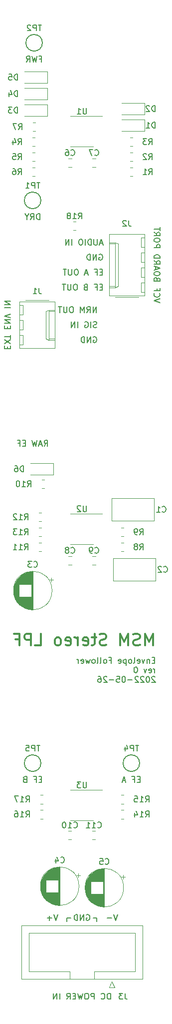
<source format=gbo>
G04 #@! TF.GenerationSoftware,KiCad,Pcbnew,6.0.5+dfsg-1~bpo11+1*
G04 #@! TF.CreationDate,2022-08-16T14:52:49+00:00*
G04 #@! TF.ProjectId,envelope_follower,656e7665-6c6f-4706-955f-666f6c6c6f77,0*
G04 #@! TF.SameCoordinates,Original*
G04 #@! TF.FileFunction,Legend,Bot*
G04 #@! TF.FilePolarity,Positive*
%FSLAX46Y46*%
G04 Gerber Fmt 4.6, Leading zero omitted, Abs format (unit mm)*
G04 Created by KiCad (PCBNEW 6.0.5+dfsg-1~bpo11+1) date 2022-08-16 14:52:49*
%MOMM*%
%LPD*%
G01*
G04 APERTURE LIST*
%ADD10C,0.150000*%
%ADD11C,0.300000*%
%ADD12C,0.120000*%
%ADD13O,2.720000X3.240000*%
%ADD14R,1.800000X1.800000*%
%ADD15C,1.800000*%
%ADD16C,2.000000*%
%ADD17C,1.700000*%
%ADD18R,0.900000X1.200000*%
%ADD19C,1.600000*%
%ADD20O,2.190000X1.740000*%
%ADD21R,1.600000X1.600000*%
G04 APERTURE END LIST*
D10*
X99060000Y-196850000D02*
X99060000Y-197485000D01*
X99695000Y-196850000D02*
X99060000Y-196850000D01*
X104140000Y-196850000D02*
X104140000Y-197485000D01*
X103505000Y-196850000D02*
X104140000Y-196850000D01*
X104106023Y-96924761D02*
X103963166Y-96972380D01*
X103725071Y-96972380D01*
X103629833Y-96924761D01*
X103582214Y-96877142D01*
X103534595Y-96781904D01*
X103534595Y-96686666D01*
X103582214Y-96591428D01*
X103629833Y-96543809D01*
X103725071Y-96496190D01*
X103915547Y-96448571D01*
X104010785Y-96400952D01*
X104058404Y-96353333D01*
X104106023Y-96258095D01*
X104106023Y-96162857D01*
X104058404Y-96067619D01*
X104010785Y-96020000D01*
X103915547Y-95972380D01*
X103677452Y-95972380D01*
X103534595Y-96020000D01*
X103106023Y-96972380D02*
X103106023Y-95972380D01*
X102106023Y-96020000D02*
X102201261Y-95972380D01*
X102344119Y-95972380D01*
X102486976Y-96020000D01*
X102582214Y-96115238D01*
X102629833Y-96210476D01*
X102677452Y-96400952D01*
X102677452Y-96543809D01*
X102629833Y-96734285D01*
X102582214Y-96829523D01*
X102486976Y-96924761D01*
X102344119Y-96972380D01*
X102248880Y-96972380D01*
X102106023Y-96924761D01*
X102058404Y-96877142D01*
X102058404Y-96543809D01*
X102248880Y-96543809D01*
X100867928Y-96972380D02*
X100867928Y-95972380D01*
X100391738Y-96972380D02*
X100391738Y-95972380D01*
X99820309Y-96972380D01*
X99820309Y-95972380D01*
X103534595Y-98560000D02*
X103629833Y-98512380D01*
X103772690Y-98512380D01*
X103915547Y-98560000D01*
X104010785Y-98655238D01*
X104058404Y-98750476D01*
X104106023Y-98940952D01*
X104106023Y-99083809D01*
X104058404Y-99274285D01*
X104010785Y-99369523D01*
X103915547Y-99464761D01*
X103772690Y-99512380D01*
X103677452Y-99512380D01*
X103534595Y-99464761D01*
X103486976Y-99417142D01*
X103486976Y-99083809D01*
X103677452Y-99083809D01*
X103058404Y-99512380D02*
X103058404Y-98512380D01*
X102486976Y-99512380D01*
X102486976Y-98512380D01*
X102010785Y-99512380D02*
X102010785Y-98512380D01*
X101772690Y-98512380D01*
X101629833Y-98560000D01*
X101534595Y-98655238D01*
X101486976Y-98750476D01*
X101439357Y-98940952D01*
X101439357Y-99083809D01*
X101486976Y-99274285D01*
X101534595Y-99369523D01*
X101629833Y-99464761D01*
X101772690Y-99512380D01*
X102010785Y-99512380D01*
X94400571Y-51490571D02*
X94733904Y-51490571D01*
X94733904Y-52014380D02*
X94733904Y-51014380D01*
X94257714Y-51014380D01*
X93972000Y-51014380D02*
X93733904Y-52014380D01*
X93543428Y-51300095D01*
X93352952Y-52014380D01*
X93114857Y-51014380D01*
X92162476Y-52014380D02*
X92495809Y-51538190D01*
X92733904Y-52014380D02*
X92733904Y-51014380D01*
X92352952Y-51014380D01*
X92257714Y-51062000D01*
X92210095Y-51109619D01*
X92162476Y-51204857D01*
X92162476Y-51347714D01*
X92210095Y-51442952D01*
X92257714Y-51490571D01*
X92352952Y-51538190D01*
X92733904Y-51538190D01*
X107632380Y-196302380D02*
X107299047Y-197302380D01*
X106965714Y-196302380D01*
X106632380Y-196921428D02*
X105870476Y-196921428D01*
X104530595Y-84590000D02*
X104625833Y-84542380D01*
X104768690Y-84542380D01*
X104911547Y-84590000D01*
X105006785Y-84685238D01*
X105054404Y-84780476D01*
X105102023Y-84970952D01*
X105102023Y-85113809D01*
X105054404Y-85304285D01*
X105006785Y-85399523D01*
X104911547Y-85494761D01*
X104768690Y-85542380D01*
X104673452Y-85542380D01*
X104530595Y-85494761D01*
X104482976Y-85447142D01*
X104482976Y-85113809D01*
X104673452Y-85113809D01*
X104054404Y-85542380D02*
X104054404Y-84542380D01*
X103482976Y-85542380D01*
X103482976Y-84542380D01*
X103006785Y-85542380D02*
X103006785Y-84542380D01*
X102768690Y-84542380D01*
X102625833Y-84590000D01*
X102530595Y-84685238D01*
X102482976Y-84780476D01*
X102435357Y-84970952D01*
X102435357Y-85113809D01*
X102482976Y-85304285D01*
X102530595Y-85399523D01*
X102625833Y-85494761D01*
X102768690Y-85542380D01*
X103006785Y-85542380D01*
X114827619Y-92740952D02*
X113827619Y-92407619D01*
X114827619Y-92074285D01*
X113922857Y-91169523D02*
X113875238Y-91217142D01*
X113827619Y-91360000D01*
X113827619Y-91455238D01*
X113875238Y-91598095D01*
X113970476Y-91693333D01*
X114065714Y-91740952D01*
X114256190Y-91788571D01*
X114399047Y-91788571D01*
X114589523Y-91740952D01*
X114684761Y-91693333D01*
X114780000Y-91598095D01*
X114827619Y-91455238D01*
X114827619Y-91360000D01*
X114780000Y-91217142D01*
X114732380Y-91169523D01*
X114351428Y-90407619D02*
X114351428Y-90740952D01*
X113827619Y-90740952D02*
X114827619Y-90740952D01*
X114827619Y-90264761D01*
X114351428Y-88788571D02*
X114303809Y-88645714D01*
X114256190Y-88598095D01*
X114160952Y-88550476D01*
X114018095Y-88550476D01*
X113922857Y-88598095D01*
X113875238Y-88645714D01*
X113827619Y-88740952D01*
X113827619Y-89121904D01*
X114827619Y-89121904D01*
X114827619Y-88788571D01*
X114780000Y-88693333D01*
X114732380Y-88645714D01*
X114637142Y-88598095D01*
X114541904Y-88598095D01*
X114446666Y-88645714D01*
X114399047Y-88693333D01*
X114351428Y-88788571D01*
X114351428Y-89121904D01*
X114827619Y-87931428D02*
X114827619Y-87740952D01*
X114780000Y-87645714D01*
X114684761Y-87550476D01*
X114494285Y-87502857D01*
X114160952Y-87502857D01*
X113970476Y-87550476D01*
X113875238Y-87645714D01*
X113827619Y-87740952D01*
X113827619Y-87931428D01*
X113875238Y-88026666D01*
X113970476Y-88121904D01*
X114160952Y-88169523D01*
X114494285Y-88169523D01*
X114684761Y-88121904D01*
X114780000Y-88026666D01*
X114827619Y-87931428D01*
X114113333Y-87121904D02*
X114113333Y-86645714D01*
X113827619Y-87217142D02*
X114827619Y-86883809D01*
X113827619Y-86550476D01*
X113827619Y-85645714D02*
X114303809Y-85979047D01*
X113827619Y-86217142D02*
X114827619Y-86217142D01*
X114827619Y-85836190D01*
X114780000Y-85740952D01*
X114732380Y-85693333D01*
X114637142Y-85645714D01*
X114494285Y-85645714D01*
X114399047Y-85693333D01*
X114351428Y-85740952D01*
X114303809Y-85836190D01*
X114303809Y-86217142D01*
X113827619Y-85217142D02*
X114827619Y-85217142D01*
X114827619Y-84979047D01*
X114780000Y-84836190D01*
X114684761Y-84740952D01*
X114589523Y-84693333D01*
X114399047Y-84645714D01*
X114256190Y-84645714D01*
X114065714Y-84693333D01*
X113970476Y-84740952D01*
X113875238Y-84836190D01*
X113827619Y-84979047D01*
X113827619Y-85217142D01*
X113827619Y-83455238D02*
X114827619Y-83455238D01*
X114827619Y-83074285D01*
X114780000Y-82979047D01*
X114732380Y-82931428D01*
X114637142Y-82883809D01*
X114494285Y-82883809D01*
X114399047Y-82931428D01*
X114351428Y-82979047D01*
X114303809Y-83074285D01*
X114303809Y-83455238D01*
X114827619Y-82264761D02*
X114827619Y-82074285D01*
X114780000Y-81979047D01*
X114684761Y-81883809D01*
X114494285Y-81836190D01*
X114160952Y-81836190D01*
X113970476Y-81883809D01*
X113875238Y-81979047D01*
X113827619Y-82074285D01*
X113827619Y-82264761D01*
X113875238Y-82360000D01*
X113970476Y-82455238D01*
X114160952Y-82502857D01*
X114494285Y-82502857D01*
X114684761Y-82455238D01*
X114780000Y-82360000D01*
X114827619Y-82264761D01*
X113827619Y-80836190D02*
X114303809Y-81169523D01*
X113827619Y-81407619D02*
X114827619Y-81407619D01*
X114827619Y-81026666D01*
X114780000Y-80931428D01*
X114732380Y-80883809D01*
X114637142Y-80836190D01*
X114494285Y-80836190D01*
X114399047Y-80883809D01*
X114351428Y-80931428D01*
X114303809Y-81026666D01*
X114303809Y-81407619D01*
X114827619Y-80550476D02*
X114827619Y-79979047D01*
X113827619Y-80264761D02*
X114827619Y-80264761D01*
X102361904Y-196350000D02*
X102457142Y-196302380D01*
X102600000Y-196302380D01*
X102742857Y-196350000D01*
X102838095Y-196445238D01*
X102885714Y-196540476D01*
X102933333Y-196730952D01*
X102933333Y-196873809D01*
X102885714Y-197064285D01*
X102838095Y-197159523D01*
X102742857Y-197254761D01*
X102600000Y-197302380D01*
X102504761Y-197302380D01*
X102361904Y-197254761D01*
X102314285Y-197207142D01*
X102314285Y-196873809D01*
X102504761Y-196873809D01*
X101885714Y-197302380D02*
X101885714Y-196302380D01*
X101314285Y-197302380D01*
X101314285Y-196302380D01*
X100838095Y-197302380D02*
X100838095Y-196302380D01*
X100600000Y-196302380D01*
X100457142Y-196350000D01*
X100361904Y-196445238D01*
X100314285Y-196540476D01*
X100266666Y-196730952D01*
X100266666Y-196873809D01*
X100314285Y-197064285D01*
X100361904Y-197159523D01*
X100457142Y-197254761D01*
X100600000Y-197302380D01*
X100838095Y-197302380D01*
X113964404Y-153258571D02*
X113631071Y-153258571D01*
X113488214Y-153782380D02*
X113964404Y-153782380D01*
X113964404Y-152782380D01*
X113488214Y-152782380D01*
X113059642Y-153115714D02*
X113059642Y-153782380D01*
X113059642Y-153210952D02*
X113012023Y-153163333D01*
X112916785Y-153115714D01*
X112773928Y-153115714D01*
X112678690Y-153163333D01*
X112631071Y-153258571D01*
X112631071Y-153782380D01*
X112250119Y-153115714D02*
X112012023Y-153782380D01*
X111773928Y-153115714D01*
X111012023Y-153734761D02*
X111107261Y-153782380D01*
X111297738Y-153782380D01*
X111392976Y-153734761D01*
X111440595Y-153639523D01*
X111440595Y-153258571D01*
X111392976Y-153163333D01*
X111297738Y-153115714D01*
X111107261Y-153115714D01*
X111012023Y-153163333D01*
X110964404Y-153258571D01*
X110964404Y-153353809D01*
X111440595Y-153449047D01*
X110392976Y-153782380D02*
X110488214Y-153734761D01*
X110535833Y-153639523D01*
X110535833Y-152782380D01*
X109869166Y-153782380D02*
X109964404Y-153734761D01*
X110012023Y-153687142D01*
X110059642Y-153591904D01*
X110059642Y-153306190D01*
X110012023Y-153210952D01*
X109964404Y-153163333D01*
X109869166Y-153115714D01*
X109726309Y-153115714D01*
X109631071Y-153163333D01*
X109583452Y-153210952D01*
X109535833Y-153306190D01*
X109535833Y-153591904D01*
X109583452Y-153687142D01*
X109631071Y-153734761D01*
X109726309Y-153782380D01*
X109869166Y-153782380D01*
X109107261Y-153115714D02*
X109107261Y-154115714D01*
X109107261Y-153163333D02*
X109012023Y-153115714D01*
X108821547Y-153115714D01*
X108726309Y-153163333D01*
X108678690Y-153210952D01*
X108631071Y-153306190D01*
X108631071Y-153591904D01*
X108678690Y-153687142D01*
X108726309Y-153734761D01*
X108821547Y-153782380D01*
X109012023Y-153782380D01*
X109107261Y-153734761D01*
X107821547Y-153734761D02*
X107916785Y-153782380D01*
X108107261Y-153782380D01*
X108202500Y-153734761D01*
X108250119Y-153639523D01*
X108250119Y-153258571D01*
X108202500Y-153163333D01*
X108107261Y-153115714D01*
X107916785Y-153115714D01*
X107821547Y-153163333D01*
X107773928Y-153258571D01*
X107773928Y-153353809D01*
X108250119Y-153449047D01*
X106250119Y-153258571D02*
X106583452Y-153258571D01*
X106583452Y-153782380D02*
X106583452Y-152782380D01*
X106107261Y-152782380D01*
X105583452Y-153782380D02*
X105678690Y-153734761D01*
X105726309Y-153687142D01*
X105773928Y-153591904D01*
X105773928Y-153306190D01*
X105726309Y-153210952D01*
X105678690Y-153163333D01*
X105583452Y-153115714D01*
X105440595Y-153115714D01*
X105345357Y-153163333D01*
X105297738Y-153210952D01*
X105250119Y-153306190D01*
X105250119Y-153591904D01*
X105297738Y-153687142D01*
X105345357Y-153734761D01*
X105440595Y-153782380D01*
X105583452Y-153782380D01*
X104678690Y-153782380D02*
X104773928Y-153734761D01*
X104821547Y-153639523D01*
X104821547Y-152782380D01*
X104154880Y-153782380D02*
X104250119Y-153734761D01*
X104297738Y-153639523D01*
X104297738Y-152782380D01*
X103631071Y-153782380D02*
X103726309Y-153734761D01*
X103773928Y-153687142D01*
X103821547Y-153591904D01*
X103821547Y-153306190D01*
X103773928Y-153210952D01*
X103726309Y-153163333D01*
X103631071Y-153115714D01*
X103488214Y-153115714D01*
X103392976Y-153163333D01*
X103345357Y-153210952D01*
X103297738Y-153306190D01*
X103297738Y-153591904D01*
X103345357Y-153687142D01*
X103392976Y-153734761D01*
X103488214Y-153782380D01*
X103631071Y-153782380D01*
X102964404Y-153115714D02*
X102773928Y-153782380D01*
X102583452Y-153306190D01*
X102392976Y-153782380D01*
X102202500Y-153115714D01*
X101440595Y-153734761D02*
X101535833Y-153782380D01*
X101726309Y-153782380D01*
X101821547Y-153734761D01*
X101869166Y-153639523D01*
X101869166Y-153258571D01*
X101821547Y-153163333D01*
X101726309Y-153115714D01*
X101535833Y-153115714D01*
X101440595Y-153163333D01*
X101392976Y-153258571D01*
X101392976Y-153353809D01*
X101869166Y-153449047D01*
X100964404Y-153782380D02*
X100964404Y-153115714D01*
X100964404Y-153306190D02*
X100916785Y-153210952D01*
X100869166Y-153163333D01*
X100773928Y-153115714D01*
X100678690Y-153115714D01*
X113964404Y-155392380D02*
X113964404Y-154725714D01*
X113964404Y-154916190D02*
X113916785Y-154820952D01*
X113869166Y-154773333D01*
X113773928Y-154725714D01*
X113678690Y-154725714D01*
X112964404Y-155344761D02*
X113059642Y-155392380D01*
X113250119Y-155392380D01*
X113345357Y-155344761D01*
X113392976Y-155249523D01*
X113392976Y-154868571D01*
X113345357Y-154773333D01*
X113250119Y-154725714D01*
X113059642Y-154725714D01*
X112964404Y-154773333D01*
X112916785Y-154868571D01*
X112916785Y-154963809D01*
X113392976Y-155059047D01*
X112583452Y-154725714D02*
X112345357Y-155392380D01*
X112107261Y-154725714D01*
X110773928Y-154392380D02*
X110678690Y-154392380D01*
X110583452Y-154440000D01*
X110535833Y-154487619D01*
X110488214Y-154582857D01*
X110440595Y-154773333D01*
X110440595Y-155011428D01*
X110488214Y-155201904D01*
X110535833Y-155297142D01*
X110583452Y-155344761D01*
X110678690Y-155392380D01*
X110773928Y-155392380D01*
X110869166Y-155344761D01*
X110916785Y-155297142D01*
X110964404Y-155201904D01*
X111012023Y-155011428D01*
X111012023Y-154773333D01*
X110964404Y-154582857D01*
X110916785Y-154487619D01*
X110869166Y-154440000D01*
X110773928Y-154392380D01*
X114012023Y-156097619D02*
X113964404Y-156050000D01*
X113869166Y-156002380D01*
X113631071Y-156002380D01*
X113535833Y-156050000D01*
X113488214Y-156097619D01*
X113440595Y-156192857D01*
X113440595Y-156288095D01*
X113488214Y-156430952D01*
X114059642Y-157002380D01*
X113440595Y-157002380D01*
X112821547Y-156002380D02*
X112726309Y-156002380D01*
X112631071Y-156050000D01*
X112583452Y-156097619D01*
X112535833Y-156192857D01*
X112488214Y-156383333D01*
X112488214Y-156621428D01*
X112535833Y-156811904D01*
X112583452Y-156907142D01*
X112631071Y-156954761D01*
X112726309Y-157002380D01*
X112821547Y-157002380D01*
X112916785Y-156954761D01*
X112964404Y-156907142D01*
X113012023Y-156811904D01*
X113059642Y-156621428D01*
X113059642Y-156383333D01*
X113012023Y-156192857D01*
X112964404Y-156097619D01*
X112916785Y-156050000D01*
X112821547Y-156002380D01*
X112107261Y-156097619D02*
X112059642Y-156050000D01*
X111964404Y-156002380D01*
X111726309Y-156002380D01*
X111631071Y-156050000D01*
X111583452Y-156097619D01*
X111535833Y-156192857D01*
X111535833Y-156288095D01*
X111583452Y-156430952D01*
X112154880Y-157002380D01*
X111535833Y-157002380D01*
X111154880Y-156097619D02*
X111107261Y-156050000D01*
X111012023Y-156002380D01*
X110773928Y-156002380D01*
X110678690Y-156050000D01*
X110631071Y-156097619D01*
X110583452Y-156192857D01*
X110583452Y-156288095D01*
X110631071Y-156430952D01*
X111202500Y-157002380D01*
X110583452Y-157002380D01*
X110154880Y-156621428D02*
X109392976Y-156621428D01*
X108726309Y-156002380D02*
X108631071Y-156002380D01*
X108535833Y-156050000D01*
X108488214Y-156097619D01*
X108440595Y-156192857D01*
X108392976Y-156383333D01*
X108392976Y-156621428D01*
X108440595Y-156811904D01*
X108488214Y-156907142D01*
X108535833Y-156954761D01*
X108631071Y-157002380D01*
X108726309Y-157002380D01*
X108821547Y-156954761D01*
X108869166Y-156907142D01*
X108916785Y-156811904D01*
X108964404Y-156621428D01*
X108964404Y-156383333D01*
X108916785Y-156192857D01*
X108869166Y-156097619D01*
X108821547Y-156050000D01*
X108726309Y-156002380D01*
X107488214Y-156002380D02*
X107964404Y-156002380D01*
X108012023Y-156478571D01*
X107964404Y-156430952D01*
X107869166Y-156383333D01*
X107631071Y-156383333D01*
X107535833Y-156430952D01*
X107488214Y-156478571D01*
X107440595Y-156573809D01*
X107440595Y-156811904D01*
X107488214Y-156907142D01*
X107535833Y-156954761D01*
X107631071Y-157002380D01*
X107869166Y-157002380D01*
X107964404Y-156954761D01*
X108012023Y-156907142D01*
X107012023Y-156621428D02*
X106250119Y-156621428D01*
X105821547Y-156097619D02*
X105773928Y-156050000D01*
X105678690Y-156002380D01*
X105440595Y-156002380D01*
X105345357Y-156050000D01*
X105297738Y-156097619D01*
X105250119Y-156192857D01*
X105250119Y-156288095D01*
X105297738Y-156430952D01*
X105869166Y-157002380D01*
X105250119Y-157002380D01*
X104392976Y-156002380D02*
X104583452Y-156002380D01*
X104678690Y-156050000D01*
X104726309Y-156097619D01*
X104821547Y-156240476D01*
X104869166Y-156430952D01*
X104869166Y-156811904D01*
X104821547Y-156907142D01*
X104773928Y-156954761D01*
X104678690Y-157002380D01*
X104488214Y-157002380D01*
X104392976Y-156954761D01*
X104345357Y-156907142D01*
X104297738Y-156811904D01*
X104297738Y-156573809D01*
X104345357Y-156478571D01*
X104392976Y-156430952D01*
X104488214Y-156383333D01*
X104678690Y-156383333D01*
X104773928Y-156430952D01*
X104821547Y-156478571D01*
X104869166Y-156573809D01*
X105102023Y-82716666D02*
X104625833Y-82716666D01*
X105197261Y-83002380D02*
X104863928Y-82002380D01*
X104530595Y-83002380D01*
X104197261Y-82002380D02*
X104197261Y-82811904D01*
X104149642Y-82907142D01*
X104102023Y-82954761D01*
X104006785Y-83002380D01*
X103816309Y-83002380D01*
X103721071Y-82954761D01*
X103673452Y-82907142D01*
X103625833Y-82811904D01*
X103625833Y-82002380D01*
X103149642Y-83002380D02*
X103149642Y-82002380D01*
X102911547Y-82002380D01*
X102768690Y-82050000D01*
X102673452Y-82145238D01*
X102625833Y-82240476D01*
X102578214Y-82430952D01*
X102578214Y-82573809D01*
X102625833Y-82764285D01*
X102673452Y-82859523D01*
X102768690Y-82954761D01*
X102911547Y-83002380D01*
X103149642Y-83002380D01*
X102149642Y-83002380D02*
X102149642Y-82002380D01*
X101482976Y-82002380D02*
X101292500Y-82002380D01*
X101197261Y-82050000D01*
X101102023Y-82145238D01*
X101054404Y-82335714D01*
X101054404Y-82669047D01*
X101102023Y-82859523D01*
X101197261Y-82954761D01*
X101292500Y-83002380D01*
X101482976Y-83002380D01*
X101578214Y-82954761D01*
X101673452Y-82859523D01*
X101721071Y-82669047D01*
X101721071Y-82335714D01*
X101673452Y-82145238D01*
X101578214Y-82050000D01*
X101482976Y-82002380D01*
X99863928Y-83002380D02*
X99863928Y-82002380D01*
X99387738Y-83002380D02*
X99387738Y-82002380D01*
X98816309Y-83002380D01*
X98816309Y-82002380D01*
X111434380Y-173410571D02*
X111101047Y-173410571D01*
X110958190Y-173934380D02*
X111434380Y-173934380D01*
X111434380Y-172934380D01*
X110958190Y-172934380D01*
X110196285Y-173410571D02*
X110529619Y-173410571D01*
X110529619Y-173934380D02*
X110529619Y-172934380D01*
X110053428Y-172934380D01*
X108958190Y-173648666D02*
X108482000Y-173648666D01*
X109053428Y-173934380D02*
X108720095Y-172934380D01*
X108386761Y-173934380D01*
X105054404Y-87558571D02*
X104721071Y-87558571D01*
X104578214Y-88082380D02*
X105054404Y-88082380D01*
X105054404Y-87082380D01*
X104578214Y-87082380D01*
X103816309Y-87558571D02*
X104149642Y-87558571D01*
X104149642Y-88082380D02*
X104149642Y-87082380D01*
X103673452Y-87082380D01*
X102578214Y-87796666D02*
X102102023Y-87796666D01*
X102673452Y-88082380D02*
X102340119Y-87082380D01*
X102006785Y-88082380D01*
X100721071Y-87082380D02*
X100530595Y-87082380D01*
X100435357Y-87130000D01*
X100340119Y-87225238D01*
X100292500Y-87415714D01*
X100292500Y-87749047D01*
X100340119Y-87939523D01*
X100435357Y-88034761D01*
X100530595Y-88082380D01*
X100721071Y-88082380D01*
X100816309Y-88034761D01*
X100911547Y-87939523D01*
X100959166Y-87749047D01*
X100959166Y-87415714D01*
X100911547Y-87225238D01*
X100816309Y-87130000D01*
X100721071Y-87082380D01*
X99863928Y-87082380D02*
X99863928Y-87891904D01*
X99816309Y-87987142D01*
X99768690Y-88034761D01*
X99673452Y-88082380D01*
X99482976Y-88082380D01*
X99387738Y-88034761D01*
X99340119Y-87987142D01*
X99292500Y-87891904D01*
X99292500Y-87082380D01*
X98959166Y-87082380D02*
X98387738Y-87082380D01*
X98673452Y-88082380D02*
X98673452Y-87082380D01*
X95170380Y-117038380D02*
X95503714Y-116562190D01*
X95741809Y-117038380D02*
X95741809Y-116038380D01*
X95360857Y-116038380D01*
X95265619Y-116086000D01*
X95218000Y-116133619D01*
X95170380Y-116228857D01*
X95170380Y-116371714D01*
X95218000Y-116466952D01*
X95265619Y-116514571D01*
X95360857Y-116562190D01*
X95741809Y-116562190D01*
X94789428Y-116752666D02*
X94313238Y-116752666D01*
X94884666Y-117038380D02*
X94551333Y-116038380D01*
X94218000Y-117038380D01*
X93979904Y-116038380D02*
X93741809Y-117038380D01*
X93551333Y-116324095D01*
X93360857Y-117038380D01*
X93122761Y-116038380D01*
X91979904Y-116514571D02*
X91646571Y-116514571D01*
X91503714Y-117038380D02*
X91979904Y-117038380D01*
X91979904Y-116038380D01*
X91503714Y-116038380D01*
X90741809Y-116514571D02*
X91075142Y-116514571D01*
X91075142Y-117038380D02*
X91075142Y-116038380D01*
X90598952Y-116038380D01*
X104058404Y-94432380D02*
X104058404Y-93432380D01*
X103486976Y-94432380D01*
X103486976Y-93432380D01*
X102439357Y-94432380D02*
X102772690Y-93956190D01*
X103010785Y-94432380D02*
X103010785Y-93432380D01*
X102629833Y-93432380D01*
X102534595Y-93480000D01*
X102486976Y-93527619D01*
X102439357Y-93622857D01*
X102439357Y-93765714D01*
X102486976Y-93860952D01*
X102534595Y-93908571D01*
X102629833Y-93956190D01*
X103010785Y-93956190D01*
X102010785Y-94432380D02*
X102010785Y-93432380D01*
X101677452Y-94146666D01*
X101344119Y-93432380D01*
X101344119Y-94432380D01*
X99915547Y-93432380D02*
X99725071Y-93432380D01*
X99629833Y-93480000D01*
X99534595Y-93575238D01*
X99486976Y-93765714D01*
X99486976Y-94099047D01*
X99534595Y-94289523D01*
X99629833Y-94384761D01*
X99725071Y-94432380D01*
X99915547Y-94432380D01*
X100010785Y-94384761D01*
X100106023Y-94289523D01*
X100153642Y-94099047D01*
X100153642Y-93765714D01*
X100106023Y-93575238D01*
X100010785Y-93480000D01*
X99915547Y-93432380D01*
X99058404Y-93432380D02*
X99058404Y-94241904D01*
X99010785Y-94337142D01*
X98963166Y-94384761D01*
X98867928Y-94432380D01*
X98677452Y-94432380D01*
X98582214Y-94384761D01*
X98534595Y-94337142D01*
X98486976Y-94241904D01*
X98486976Y-93432380D01*
X98153642Y-93432380D02*
X97582214Y-93432380D01*
X97867928Y-94432380D02*
X97867928Y-93432380D01*
X106433333Y-210637380D02*
X106433333Y-209637380D01*
X106195238Y-209637380D01*
X106052380Y-209685000D01*
X105957142Y-209780238D01*
X105909523Y-209875476D01*
X105861904Y-210065952D01*
X105861904Y-210208809D01*
X105909523Y-210399285D01*
X105957142Y-210494523D01*
X106052380Y-210589761D01*
X106195238Y-210637380D01*
X106433333Y-210637380D01*
X104861904Y-210542142D02*
X104909523Y-210589761D01*
X105052380Y-210637380D01*
X105147619Y-210637380D01*
X105290476Y-210589761D01*
X105385714Y-210494523D01*
X105433333Y-210399285D01*
X105480952Y-210208809D01*
X105480952Y-210065952D01*
X105433333Y-209875476D01*
X105385714Y-209780238D01*
X105290476Y-209685000D01*
X105147619Y-209637380D01*
X105052380Y-209637380D01*
X104909523Y-209685000D01*
X104861904Y-209732619D01*
X103671428Y-210637380D02*
X103671428Y-209637380D01*
X103290476Y-209637380D01*
X103195238Y-209685000D01*
X103147619Y-209732619D01*
X103100000Y-209827857D01*
X103100000Y-209970714D01*
X103147619Y-210065952D01*
X103195238Y-210113571D01*
X103290476Y-210161190D01*
X103671428Y-210161190D01*
X102480952Y-209637380D02*
X102290476Y-209637380D01*
X102195238Y-209685000D01*
X102100000Y-209780238D01*
X102052380Y-209970714D01*
X102052380Y-210304047D01*
X102100000Y-210494523D01*
X102195238Y-210589761D01*
X102290476Y-210637380D01*
X102480952Y-210637380D01*
X102576190Y-210589761D01*
X102671428Y-210494523D01*
X102719047Y-210304047D01*
X102719047Y-209970714D01*
X102671428Y-209780238D01*
X102576190Y-209685000D01*
X102480952Y-209637380D01*
X101719047Y-209637380D02*
X101480952Y-210637380D01*
X101290476Y-209923095D01*
X101100000Y-210637380D01*
X100861904Y-209637380D01*
X100480952Y-210113571D02*
X100147619Y-210113571D01*
X100004761Y-210637380D02*
X100480952Y-210637380D01*
X100480952Y-209637380D01*
X100004761Y-209637380D01*
X99004761Y-210637380D02*
X99338095Y-210161190D01*
X99576190Y-210637380D02*
X99576190Y-209637380D01*
X99195238Y-209637380D01*
X99100000Y-209685000D01*
X99052380Y-209732619D01*
X99004761Y-209827857D01*
X99004761Y-209970714D01*
X99052380Y-210065952D01*
X99100000Y-210113571D01*
X99195238Y-210161190D01*
X99576190Y-210161190D01*
X97814285Y-210637380D02*
X97814285Y-209637380D01*
X97338095Y-210637380D02*
X97338095Y-209637380D01*
X96766666Y-210637380D01*
X96766666Y-209637380D01*
X88971428Y-100520000D02*
X88971428Y-100186666D01*
X88447619Y-100043809D02*
X88447619Y-100520000D01*
X89447619Y-100520000D01*
X89447619Y-100043809D01*
X89447619Y-99710476D02*
X88447619Y-99043809D01*
X89447619Y-99043809D02*
X88447619Y-99710476D01*
X89447619Y-98805714D02*
X89447619Y-98234285D01*
X88447619Y-98520000D02*
X89447619Y-98520000D01*
X88971428Y-97139047D02*
X88971428Y-96805714D01*
X88447619Y-96662857D02*
X88447619Y-97139047D01*
X89447619Y-97139047D01*
X89447619Y-96662857D01*
X88447619Y-96234285D02*
X89447619Y-96234285D01*
X88447619Y-95662857D01*
X89447619Y-95662857D01*
X89447619Y-95329523D02*
X88447619Y-94996190D01*
X89447619Y-94662857D01*
X88447619Y-93567619D02*
X89447619Y-93567619D01*
X88447619Y-93091428D02*
X89447619Y-93091428D01*
X88447619Y-92520000D01*
X89447619Y-92520000D01*
D11*
X113628809Y-150764761D02*
X113628809Y-148764761D01*
X112962142Y-150193333D01*
X112295476Y-148764761D01*
X112295476Y-150764761D01*
X111438333Y-150669523D02*
X111152619Y-150764761D01*
X110676428Y-150764761D01*
X110485952Y-150669523D01*
X110390714Y-150574285D01*
X110295476Y-150383809D01*
X110295476Y-150193333D01*
X110390714Y-150002857D01*
X110485952Y-149907619D01*
X110676428Y-149812380D01*
X111057380Y-149717142D01*
X111247857Y-149621904D01*
X111343095Y-149526666D01*
X111438333Y-149336190D01*
X111438333Y-149145714D01*
X111343095Y-148955238D01*
X111247857Y-148860000D01*
X111057380Y-148764761D01*
X110581190Y-148764761D01*
X110295476Y-148860000D01*
X109438333Y-150764761D02*
X109438333Y-148764761D01*
X108771666Y-150193333D01*
X108105000Y-148764761D01*
X108105000Y-150764761D01*
X105724047Y-150669523D02*
X105438333Y-150764761D01*
X104962142Y-150764761D01*
X104771666Y-150669523D01*
X104676428Y-150574285D01*
X104581190Y-150383809D01*
X104581190Y-150193333D01*
X104676428Y-150002857D01*
X104771666Y-149907619D01*
X104962142Y-149812380D01*
X105343095Y-149717142D01*
X105533571Y-149621904D01*
X105628809Y-149526666D01*
X105724047Y-149336190D01*
X105724047Y-149145714D01*
X105628809Y-148955238D01*
X105533571Y-148860000D01*
X105343095Y-148764761D01*
X104866904Y-148764761D01*
X104581190Y-148860000D01*
X104009761Y-149431428D02*
X103247857Y-149431428D01*
X103724047Y-148764761D02*
X103724047Y-150479047D01*
X103628809Y-150669523D01*
X103438333Y-150764761D01*
X103247857Y-150764761D01*
X101819285Y-150669523D02*
X102009761Y-150764761D01*
X102390714Y-150764761D01*
X102581190Y-150669523D01*
X102676428Y-150479047D01*
X102676428Y-149717142D01*
X102581190Y-149526666D01*
X102390714Y-149431428D01*
X102009761Y-149431428D01*
X101819285Y-149526666D01*
X101724047Y-149717142D01*
X101724047Y-149907619D01*
X102676428Y-150098095D01*
X100866904Y-150764761D02*
X100866904Y-149431428D01*
X100866904Y-149812380D02*
X100771666Y-149621904D01*
X100676428Y-149526666D01*
X100485952Y-149431428D01*
X100295476Y-149431428D01*
X98866904Y-150669523D02*
X99057380Y-150764761D01*
X99438333Y-150764761D01*
X99628809Y-150669523D01*
X99724047Y-150479047D01*
X99724047Y-149717142D01*
X99628809Y-149526666D01*
X99438333Y-149431428D01*
X99057380Y-149431428D01*
X98866904Y-149526666D01*
X98771666Y-149717142D01*
X98771666Y-149907619D01*
X99724047Y-150098095D01*
X97628809Y-150764761D02*
X97819285Y-150669523D01*
X97914523Y-150574285D01*
X98009761Y-150383809D01*
X98009761Y-149812380D01*
X97914523Y-149621904D01*
X97819285Y-149526666D01*
X97628809Y-149431428D01*
X97343095Y-149431428D01*
X97152619Y-149526666D01*
X97057380Y-149621904D01*
X96962142Y-149812380D01*
X96962142Y-150383809D01*
X97057380Y-150574285D01*
X97152619Y-150669523D01*
X97343095Y-150764761D01*
X97628809Y-150764761D01*
X93628809Y-150764761D02*
X94581190Y-150764761D01*
X94581190Y-148764761D01*
X92962142Y-150764761D02*
X92962142Y-148764761D01*
X92200238Y-148764761D01*
X92009761Y-148860000D01*
X91914523Y-148955238D01*
X91819285Y-149145714D01*
X91819285Y-149431428D01*
X91914523Y-149621904D01*
X92009761Y-149717142D01*
X92200238Y-149812380D01*
X92962142Y-149812380D01*
X90295476Y-149717142D02*
X90962142Y-149717142D01*
X90962142Y-150764761D02*
X90962142Y-148764761D01*
X90009761Y-148764761D01*
D10*
X94741809Y-173410571D02*
X94408476Y-173410571D01*
X94265619Y-173934380D02*
X94741809Y-173934380D01*
X94741809Y-172934380D01*
X94265619Y-172934380D01*
X93503714Y-173410571D02*
X93837047Y-173410571D01*
X93837047Y-173934380D02*
X93837047Y-172934380D01*
X93360857Y-172934380D01*
X91884666Y-173410571D02*
X91741809Y-173458190D01*
X91694190Y-173505809D01*
X91646571Y-173601047D01*
X91646571Y-173743904D01*
X91694190Y-173839142D01*
X91741809Y-173886761D01*
X91837047Y-173934380D01*
X92218000Y-173934380D01*
X92218000Y-172934380D01*
X91884666Y-172934380D01*
X91789428Y-172982000D01*
X91741809Y-173029619D01*
X91694190Y-173124857D01*
X91694190Y-173220095D01*
X91741809Y-173315333D01*
X91789428Y-173362952D01*
X91884666Y-173410571D01*
X92218000Y-173410571D01*
X94408476Y-78684380D02*
X94408476Y-77684380D01*
X94170380Y-77684380D01*
X94027523Y-77732000D01*
X93932285Y-77827238D01*
X93884666Y-77922476D01*
X93837047Y-78112952D01*
X93837047Y-78255809D01*
X93884666Y-78446285D01*
X93932285Y-78541523D01*
X94027523Y-78636761D01*
X94170380Y-78684380D01*
X94408476Y-78684380D01*
X92837047Y-78684380D02*
X93170380Y-78208190D01*
X93408476Y-78684380D02*
X93408476Y-77684380D01*
X93027523Y-77684380D01*
X92932285Y-77732000D01*
X92884666Y-77779619D01*
X92837047Y-77874857D01*
X92837047Y-78017714D01*
X92884666Y-78112952D01*
X92932285Y-78160571D01*
X93027523Y-78208190D01*
X93408476Y-78208190D01*
X92218000Y-78208190D02*
X92218000Y-78684380D01*
X92551333Y-77684380D02*
X92218000Y-78208190D01*
X91884666Y-77684380D01*
X97472380Y-196302380D02*
X97139047Y-197302380D01*
X96805714Y-196302380D01*
X96472380Y-196921428D02*
X95710476Y-196921428D01*
X96091428Y-197302380D02*
X96091428Y-196540476D01*
X105054404Y-90098571D02*
X104721071Y-90098571D01*
X104578214Y-90622380D02*
X105054404Y-90622380D01*
X105054404Y-89622380D01*
X104578214Y-89622380D01*
X103816309Y-90098571D02*
X104149642Y-90098571D01*
X104149642Y-90622380D02*
X104149642Y-89622380D01*
X103673452Y-89622380D01*
X102197261Y-90098571D02*
X102054404Y-90146190D01*
X102006785Y-90193809D01*
X101959166Y-90289047D01*
X101959166Y-90431904D01*
X102006785Y-90527142D01*
X102054404Y-90574761D01*
X102149642Y-90622380D01*
X102530595Y-90622380D01*
X102530595Y-89622380D01*
X102197261Y-89622380D01*
X102102023Y-89670000D01*
X102054404Y-89717619D01*
X102006785Y-89812857D01*
X102006785Y-89908095D01*
X102054404Y-90003333D01*
X102102023Y-90050952D01*
X102197261Y-90098571D01*
X102530595Y-90098571D01*
X100578214Y-89622380D02*
X100387738Y-89622380D01*
X100292500Y-89670000D01*
X100197261Y-89765238D01*
X100149642Y-89955714D01*
X100149642Y-90289047D01*
X100197261Y-90479523D01*
X100292500Y-90574761D01*
X100387738Y-90622380D01*
X100578214Y-90622380D01*
X100673452Y-90574761D01*
X100768690Y-90479523D01*
X100816309Y-90289047D01*
X100816309Y-89955714D01*
X100768690Y-89765238D01*
X100673452Y-89670000D01*
X100578214Y-89622380D01*
X99721071Y-89622380D02*
X99721071Y-90431904D01*
X99673452Y-90527142D01*
X99625833Y-90574761D01*
X99530595Y-90622380D01*
X99340119Y-90622380D01*
X99244880Y-90574761D01*
X99197261Y-90527142D01*
X99149642Y-90431904D01*
X99149642Y-89622380D01*
X98816309Y-89622380D02*
X98244880Y-89622380D01*
X98530595Y-90622380D02*
X98530595Y-89622380D01*
X102361904Y-173852380D02*
X102361904Y-174661904D01*
X102314285Y-174757142D01*
X102266666Y-174804761D01*
X102171428Y-174852380D01*
X101980952Y-174852380D01*
X101885714Y-174804761D01*
X101838095Y-174757142D01*
X101790476Y-174661904D01*
X101790476Y-173852380D01*
X101409523Y-173852380D02*
X100790476Y-173852380D01*
X101123809Y-174233333D01*
X100980952Y-174233333D01*
X100885714Y-174280952D01*
X100838095Y-174328571D01*
X100790476Y-174423809D01*
X100790476Y-174661904D01*
X100838095Y-174757142D01*
X100885714Y-174804761D01*
X100980952Y-174852380D01*
X101266666Y-174852380D01*
X101361904Y-174804761D01*
X101409523Y-174757142D01*
X91828857Y-134564380D02*
X92162190Y-134088190D01*
X92400285Y-134564380D02*
X92400285Y-133564380D01*
X92019333Y-133564380D01*
X91924095Y-133612000D01*
X91876476Y-133659619D01*
X91828857Y-133754857D01*
X91828857Y-133897714D01*
X91876476Y-133992952D01*
X91924095Y-134040571D01*
X92019333Y-134088190D01*
X92400285Y-134088190D01*
X90876476Y-134564380D02*
X91447904Y-134564380D01*
X91162190Y-134564380D02*
X91162190Y-133564380D01*
X91257428Y-133707238D01*
X91352666Y-133802476D01*
X91447904Y-133850095D01*
X89924095Y-134564380D02*
X90495523Y-134564380D01*
X90209809Y-134564380D02*
X90209809Y-133564380D01*
X90305047Y-133707238D01*
X90400285Y-133802476D01*
X90495523Y-133850095D01*
X111418666Y-134564380D02*
X111752000Y-134088190D01*
X111990095Y-134564380D02*
X111990095Y-133564380D01*
X111609142Y-133564380D01*
X111513904Y-133612000D01*
X111466285Y-133659619D01*
X111418666Y-133754857D01*
X111418666Y-133897714D01*
X111466285Y-133992952D01*
X111513904Y-134040571D01*
X111609142Y-134088190D01*
X111990095Y-134088190D01*
X110847238Y-133992952D02*
X110942476Y-133945333D01*
X110990095Y-133897714D01*
X111037714Y-133802476D01*
X111037714Y-133754857D01*
X110990095Y-133659619D01*
X110942476Y-133612000D01*
X110847238Y-133564380D01*
X110656761Y-133564380D01*
X110561523Y-133612000D01*
X110513904Y-133659619D01*
X110466285Y-133754857D01*
X110466285Y-133802476D01*
X110513904Y-133897714D01*
X110561523Y-133945333D01*
X110656761Y-133992952D01*
X110847238Y-133992952D01*
X110942476Y-134040571D01*
X110990095Y-134088190D01*
X111037714Y-134183428D01*
X111037714Y-134373904D01*
X110990095Y-134469142D01*
X110942476Y-134516761D01*
X110847238Y-134564380D01*
X110656761Y-134564380D01*
X110561523Y-134516761D01*
X110513904Y-134469142D01*
X110466285Y-134373904D01*
X110466285Y-134183428D01*
X110513904Y-134088190D01*
X110561523Y-134040571D01*
X110656761Y-133992952D01*
X108918333Y-209637380D02*
X108918333Y-210351666D01*
X108965952Y-210494523D01*
X109061190Y-210589761D01*
X109204047Y-210637380D01*
X109299285Y-210637380D01*
X108537380Y-209637380D02*
X107918333Y-209637380D01*
X108251666Y-210018333D01*
X108108809Y-210018333D01*
X108013571Y-210065952D01*
X107965952Y-210113571D01*
X107918333Y-210208809D01*
X107918333Y-210446904D01*
X107965952Y-210542142D01*
X108013571Y-210589761D01*
X108108809Y-210637380D01*
X108394523Y-210637380D01*
X108489761Y-210589761D01*
X108537380Y-210542142D01*
X103798666Y-67765142D02*
X103846285Y-67812761D01*
X103989142Y-67860380D01*
X104084380Y-67860380D01*
X104227238Y-67812761D01*
X104322476Y-67717523D01*
X104370095Y-67622285D01*
X104417714Y-67431809D01*
X104417714Y-67288952D01*
X104370095Y-67098476D01*
X104322476Y-67003238D01*
X104227238Y-66908000D01*
X104084380Y-66860380D01*
X103989142Y-66860380D01*
X103846285Y-66908000D01*
X103798666Y-66955619D01*
X103465333Y-66860380D02*
X102798666Y-66860380D01*
X103227238Y-67860380D01*
X94479904Y-72390380D02*
X93908476Y-72390380D01*
X94194190Y-73390380D02*
X94194190Y-72390380D01*
X93575142Y-73390380D02*
X93575142Y-72390380D01*
X93194190Y-72390380D01*
X93098952Y-72438000D01*
X93051333Y-72485619D01*
X93003714Y-72580857D01*
X93003714Y-72723714D01*
X93051333Y-72818952D01*
X93098952Y-72866571D01*
X93194190Y-72914190D01*
X93575142Y-72914190D01*
X92051333Y-73390380D02*
X92622761Y-73390380D01*
X92337047Y-73390380D02*
X92337047Y-72390380D01*
X92432285Y-72533238D01*
X92527523Y-72628476D01*
X92622761Y-72676095D01*
X90741166Y-68524380D02*
X91074500Y-68048190D01*
X91312595Y-68524380D02*
X91312595Y-67524380D01*
X90931642Y-67524380D01*
X90836404Y-67572000D01*
X90788785Y-67619619D01*
X90741166Y-67714857D01*
X90741166Y-67857714D01*
X90788785Y-67952952D01*
X90836404Y-68000571D01*
X90931642Y-68048190D01*
X91312595Y-68048190D01*
X89836404Y-67524380D02*
X90312595Y-67524380D01*
X90360214Y-68000571D01*
X90312595Y-67952952D01*
X90217357Y-67905333D01*
X89979261Y-67905333D01*
X89884023Y-67952952D01*
X89836404Y-68000571D01*
X89788785Y-68095809D01*
X89788785Y-68333904D01*
X89836404Y-68429142D01*
X89884023Y-68476761D01*
X89979261Y-68524380D01*
X90217357Y-68524380D01*
X90312595Y-68476761D01*
X90360214Y-68429142D01*
X112383116Y-177262380D02*
X112716449Y-176786190D01*
X112954544Y-177262380D02*
X112954544Y-176262380D01*
X112573592Y-176262380D01*
X112478354Y-176310000D01*
X112430735Y-176357619D01*
X112383116Y-176452857D01*
X112383116Y-176595714D01*
X112430735Y-176690952D01*
X112478354Y-176738571D01*
X112573592Y-176786190D01*
X112954544Y-176786190D01*
X111430735Y-177262380D02*
X112002163Y-177262380D01*
X111716449Y-177262380D02*
X111716449Y-176262380D01*
X111811687Y-176405238D01*
X111906925Y-176500476D01*
X112002163Y-176548095D01*
X110525973Y-176262380D02*
X111002163Y-176262380D01*
X111049782Y-176738571D01*
X111002163Y-176690952D01*
X110906925Y-176643333D01*
X110668830Y-176643333D01*
X110573592Y-176690952D01*
X110525973Y-176738571D01*
X110478354Y-176833809D01*
X110478354Y-177071904D01*
X110525973Y-177167142D01*
X110573592Y-177214761D01*
X110668830Y-177262380D01*
X110906925Y-177262380D01*
X111002163Y-177214761D01*
X111049782Y-177167142D01*
X111418666Y-132024380D02*
X111752000Y-131548190D01*
X111990095Y-132024380D02*
X111990095Y-131024380D01*
X111609142Y-131024380D01*
X111513904Y-131072000D01*
X111466285Y-131119619D01*
X111418666Y-131214857D01*
X111418666Y-131357714D01*
X111466285Y-131452952D01*
X111513904Y-131500571D01*
X111609142Y-131548190D01*
X111990095Y-131548190D01*
X110942476Y-132024380D02*
X110752000Y-132024380D01*
X110656761Y-131976761D01*
X110609142Y-131929142D01*
X110513904Y-131786285D01*
X110466285Y-131595809D01*
X110466285Y-131214857D01*
X110513904Y-131119619D01*
X110561523Y-131072000D01*
X110656761Y-131024380D01*
X110847238Y-131024380D01*
X110942476Y-131072000D01*
X110990095Y-131119619D01*
X111037714Y-131214857D01*
X111037714Y-131452952D01*
X110990095Y-131548190D01*
X110942476Y-131595809D01*
X110847238Y-131643428D01*
X110656761Y-131643428D01*
X110561523Y-131595809D01*
X110513904Y-131548190D01*
X110466285Y-131452952D01*
X114022095Y-60396380D02*
X114022095Y-59396380D01*
X113784000Y-59396380D01*
X113641142Y-59444000D01*
X113545904Y-59539238D01*
X113498285Y-59634476D01*
X113450666Y-59824952D01*
X113450666Y-59967809D01*
X113498285Y-60158285D01*
X113545904Y-60253523D01*
X113641142Y-60348761D01*
X113784000Y-60396380D01*
X114022095Y-60396380D01*
X113069714Y-59491619D02*
X113022095Y-59444000D01*
X112926857Y-59396380D01*
X112688761Y-59396380D01*
X112593523Y-59444000D01*
X112545904Y-59491619D01*
X112498285Y-59586857D01*
X112498285Y-59682095D01*
X112545904Y-59824952D01*
X113117333Y-60396380D01*
X112498285Y-60396380D01*
X115482666Y-138279142D02*
X115530285Y-138326761D01*
X115673142Y-138374380D01*
X115768380Y-138374380D01*
X115911238Y-138326761D01*
X116006476Y-138231523D01*
X116054095Y-138136285D01*
X116101714Y-137945809D01*
X116101714Y-137802952D01*
X116054095Y-137612476D01*
X116006476Y-137517238D01*
X115911238Y-137422000D01*
X115768380Y-137374380D01*
X115673142Y-137374380D01*
X115530285Y-137422000D01*
X115482666Y-137469619D01*
X115101714Y-137469619D02*
X115054095Y-137422000D01*
X114958857Y-137374380D01*
X114720761Y-137374380D01*
X114625523Y-137422000D01*
X114577904Y-137469619D01*
X114530285Y-137564857D01*
X114530285Y-137660095D01*
X114577904Y-137802952D01*
X115149333Y-138374380D01*
X114530285Y-138374380D01*
X94313333Y-90257380D02*
X94313333Y-90971666D01*
X94360952Y-91114523D01*
X94456190Y-91209761D01*
X94599047Y-91257380D01*
X94694285Y-91257380D01*
X93313333Y-91257380D02*
X93884761Y-91257380D01*
X93599047Y-91257380D02*
X93599047Y-90257380D01*
X93694285Y-90400238D01*
X93789523Y-90495476D01*
X93884761Y-90543095D01*
X100191116Y-181557142D02*
X100238735Y-181604761D01*
X100381592Y-181652380D01*
X100476830Y-181652380D01*
X100619687Y-181604761D01*
X100714925Y-181509523D01*
X100762544Y-181414285D01*
X100810163Y-181223809D01*
X100810163Y-181080952D01*
X100762544Y-180890476D01*
X100714925Y-180795238D01*
X100619687Y-180700000D01*
X100476830Y-180652380D01*
X100381592Y-180652380D01*
X100238735Y-180700000D01*
X100191116Y-180747619D01*
X99238735Y-181652380D02*
X99810163Y-181652380D01*
X99524449Y-181652380D02*
X99524449Y-180652380D01*
X99619687Y-180795238D01*
X99714925Y-180890476D01*
X99810163Y-180938095D01*
X98619687Y-180652380D02*
X98524449Y-180652380D01*
X98429211Y-180700000D01*
X98381592Y-180747619D01*
X98333973Y-180842857D01*
X98286354Y-181033333D01*
X98286354Y-181271428D01*
X98333973Y-181461904D01*
X98381592Y-181557142D01*
X98429211Y-181604761D01*
X98524449Y-181652380D01*
X98619687Y-181652380D01*
X98714925Y-181604761D01*
X98762544Y-181557142D01*
X98810163Y-181461904D01*
X98857782Y-181271428D01*
X98857782Y-181033333D01*
X98810163Y-180842857D01*
X98762544Y-180747619D01*
X98714925Y-180700000D01*
X98619687Y-180652380D01*
X102361904Y-127116380D02*
X102361904Y-127925904D01*
X102314285Y-128021142D01*
X102266666Y-128068761D01*
X102171428Y-128116380D01*
X101980952Y-128116380D01*
X101885714Y-128068761D01*
X101838095Y-128021142D01*
X101790476Y-127925904D01*
X101790476Y-127116380D01*
X101361904Y-127211619D02*
X101314285Y-127164000D01*
X101219047Y-127116380D01*
X100980952Y-127116380D01*
X100885714Y-127164000D01*
X100838095Y-127211619D01*
X100790476Y-127306857D01*
X100790476Y-127402095D01*
X100838095Y-127544952D01*
X101409523Y-128116380D01*
X100790476Y-128116380D01*
X105556666Y-187727142D02*
X105604285Y-187774761D01*
X105747142Y-187822380D01*
X105842380Y-187822380D01*
X105985238Y-187774761D01*
X106080476Y-187679523D01*
X106128095Y-187584285D01*
X106175714Y-187393809D01*
X106175714Y-187250952D01*
X106128095Y-187060476D01*
X106080476Y-186965238D01*
X105985238Y-186870000D01*
X105842380Y-186822380D01*
X105747142Y-186822380D01*
X105604285Y-186870000D01*
X105556666Y-186917619D01*
X104651904Y-186822380D02*
X105128095Y-186822380D01*
X105175714Y-187298571D01*
X105128095Y-187250952D01*
X105032857Y-187203333D01*
X104794761Y-187203333D01*
X104699523Y-187250952D01*
X104651904Y-187298571D01*
X104604285Y-187393809D01*
X104604285Y-187631904D01*
X104651904Y-187727142D01*
X104699523Y-187774761D01*
X104794761Y-187822380D01*
X105032857Y-187822380D01*
X105128095Y-187774761D01*
X105175714Y-187727142D01*
X97976666Y-187473142D02*
X98024285Y-187520761D01*
X98167142Y-187568380D01*
X98262380Y-187568380D01*
X98405238Y-187520761D01*
X98500476Y-187425523D01*
X98548095Y-187330285D01*
X98595714Y-187139809D01*
X98595714Y-186996952D01*
X98548095Y-186806476D01*
X98500476Y-186711238D01*
X98405238Y-186616000D01*
X98262380Y-186568380D01*
X98167142Y-186568380D01*
X98024285Y-186616000D01*
X97976666Y-186663619D01*
X97119523Y-186901714D02*
X97119523Y-187568380D01*
X97357619Y-186520761D02*
X97595714Y-187235047D01*
X96976666Y-187235047D01*
X90741166Y-65984380D02*
X91074500Y-65508190D01*
X91312595Y-65984380D02*
X91312595Y-64984380D01*
X90931642Y-64984380D01*
X90836404Y-65032000D01*
X90788785Y-65079619D01*
X90741166Y-65174857D01*
X90741166Y-65317714D01*
X90788785Y-65412952D01*
X90836404Y-65460571D01*
X90931642Y-65508190D01*
X91312595Y-65508190D01*
X89884023Y-65317714D02*
X89884023Y-65984380D01*
X90122119Y-64936761D02*
X90360214Y-65651047D01*
X89741166Y-65651047D01*
X90741166Y-71064380D02*
X91074500Y-70588190D01*
X91312595Y-71064380D02*
X91312595Y-70064380D01*
X90931642Y-70064380D01*
X90836404Y-70112000D01*
X90788785Y-70159619D01*
X90741166Y-70254857D01*
X90741166Y-70397714D01*
X90788785Y-70492952D01*
X90836404Y-70540571D01*
X90931642Y-70588190D01*
X91312595Y-70588190D01*
X89884023Y-70064380D02*
X90074500Y-70064380D01*
X90169738Y-70112000D01*
X90217357Y-70159619D01*
X90312595Y-70302476D01*
X90360214Y-70492952D01*
X90360214Y-70873904D01*
X90312595Y-70969142D01*
X90264976Y-71016761D01*
X90169738Y-71064380D01*
X89979261Y-71064380D01*
X89884023Y-71016761D01*
X89836404Y-70969142D01*
X89788785Y-70873904D01*
X89788785Y-70635809D01*
X89836404Y-70540571D01*
X89884023Y-70492952D01*
X89979261Y-70445333D01*
X90169738Y-70445333D01*
X90264976Y-70492952D01*
X90312595Y-70540571D01*
X90360214Y-70635809D01*
X100972857Y-78558380D02*
X101306190Y-78082190D01*
X101544285Y-78558380D02*
X101544285Y-77558380D01*
X101163333Y-77558380D01*
X101068095Y-77606000D01*
X101020476Y-77653619D01*
X100972857Y-77748857D01*
X100972857Y-77891714D01*
X101020476Y-77986952D01*
X101068095Y-78034571D01*
X101163333Y-78082190D01*
X101544285Y-78082190D01*
X100020476Y-78558380D02*
X100591904Y-78558380D01*
X100306190Y-78558380D02*
X100306190Y-77558380D01*
X100401428Y-77701238D01*
X100496666Y-77796476D01*
X100591904Y-77844095D01*
X99449047Y-77986952D02*
X99544285Y-77939333D01*
X99591904Y-77891714D01*
X99639523Y-77796476D01*
X99639523Y-77748857D01*
X99591904Y-77653619D01*
X99544285Y-77606000D01*
X99449047Y-77558380D01*
X99258571Y-77558380D01*
X99163333Y-77606000D01*
X99115714Y-77653619D01*
X99068095Y-77748857D01*
X99068095Y-77796476D01*
X99115714Y-77891714D01*
X99163333Y-77939333D01*
X99258571Y-77986952D01*
X99449047Y-77986952D01*
X99544285Y-78034571D01*
X99591904Y-78082190D01*
X99639523Y-78177428D01*
X99639523Y-78367904D01*
X99591904Y-78463142D01*
X99544285Y-78510761D01*
X99449047Y-78558380D01*
X99258571Y-78558380D01*
X99163333Y-78510761D01*
X99115714Y-78463142D01*
X99068095Y-78367904D01*
X99068095Y-78177428D01*
X99115714Y-78082190D01*
X99163333Y-78034571D01*
X99258571Y-77986952D01*
X109533333Y-78827380D02*
X109533333Y-79541666D01*
X109580952Y-79684523D01*
X109676190Y-79779761D01*
X109819047Y-79827380D01*
X109914285Y-79827380D01*
X109104761Y-78922619D02*
X109057142Y-78875000D01*
X108961904Y-78827380D01*
X108723809Y-78827380D01*
X108628571Y-78875000D01*
X108580952Y-78922619D01*
X108533333Y-79017857D01*
X108533333Y-79113095D01*
X108580952Y-79255952D01*
X109152380Y-79827380D01*
X108533333Y-79827380D01*
X94733904Y-45720380D02*
X94162476Y-45720380D01*
X94448190Y-46720380D02*
X94448190Y-45720380D01*
X93829142Y-46720380D02*
X93829142Y-45720380D01*
X93448190Y-45720380D01*
X93352952Y-45768000D01*
X93305333Y-45815619D01*
X93257714Y-45910857D01*
X93257714Y-46053714D01*
X93305333Y-46148952D01*
X93352952Y-46196571D01*
X93448190Y-46244190D01*
X93829142Y-46244190D01*
X92876761Y-45815619D02*
X92829142Y-45768000D01*
X92733904Y-45720380D01*
X92495809Y-45720380D01*
X92400571Y-45768000D01*
X92352952Y-45815619D01*
X92305333Y-45910857D01*
X92305333Y-46006095D01*
X92352952Y-46148952D01*
X92924380Y-46720380D01*
X92305333Y-46720380D01*
X114022095Y-63190380D02*
X114022095Y-62190380D01*
X113784000Y-62190380D01*
X113641142Y-62238000D01*
X113545904Y-62333238D01*
X113498285Y-62428476D01*
X113450666Y-62618952D01*
X113450666Y-62761809D01*
X113498285Y-62952285D01*
X113545904Y-63047523D01*
X113641142Y-63142761D01*
X113784000Y-63190380D01*
X114022095Y-63190380D01*
X112498285Y-63190380D02*
X113069714Y-63190380D01*
X112784000Y-63190380D02*
X112784000Y-62190380D01*
X112879238Y-62333238D01*
X112974476Y-62428476D01*
X113069714Y-62476095D01*
X112942666Y-68524380D02*
X113276000Y-68048190D01*
X113514095Y-68524380D02*
X113514095Y-67524380D01*
X113133142Y-67524380D01*
X113037904Y-67572000D01*
X112990285Y-67619619D01*
X112942666Y-67714857D01*
X112942666Y-67857714D01*
X112990285Y-67952952D01*
X113037904Y-68000571D01*
X113133142Y-68048190D01*
X113514095Y-68048190D01*
X112561714Y-67619619D02*
X112514095Y-67572000D01*
X112418857Y-67524380D01*
X112180761Y-67524380D01*
X112085523Y-67572000D01*
X112037904Y-67619619D01*
X111990285Y-67714857D01*
X111990285Y-67810095D01*
X112037904Y-67952952D01*
X112609333Y-68524380D01*
X111990285Y-68524380D01*
X90654095Y-60650380D02*
X90654095Y-59650380D01*
X90416000Y-59650380D01*
X90273142Y-59698000D01*
X90177904Y-59793238D01*
X90130285Y-59888476D01*
X90082666Y-60078952D01*
X90082666Y-60221809D01*
X90130285Y-60412285D01*
X90177904Y-60507523D01*
X90273142Y-60602761D01*
X90416000Y-60650380D01*
X90654095Y-60650380D01*
X89749333Y-59650380D02*
X89130285Y-59650380D01*
X89463619Y-60031333D01*
X89320761Y-60031333D01*
X89225523Y-60078952D01*
X89177904Y-60126571D01*
X89130285Y-60221809D01*
X89130285Y-60459904D01*
X89177904Y-60555142D01*
X89225523Y-60602761D01*
X89320761Y-60650380D01*
X89606476Y-60650380D01*
X89701714Y-60602761D01*
X89749333Y-60555142D01*
X104255116Y-181557142D02*
X104302735Y-181604761D01*
X104445592Y-181652380D01*
X104540830Y-181652380D01*
X104683687Y-181604761D01*
X104778925Y-181509523D01*
X104826544Y-181414285D01*
X104874163Y-181223809D01*
X104874163Y-181080952D01*
X104826544Y-180890476D01*
X104778925Y-180795238D01*
X104683687Y-180700000D01*
X104540830Y-180652380D01*
X104445592Y-180652380D01*
X104302735Y-180700000D01*
X104255116Y-180747619D01*
X103302735Y-181652380D02*
X103874163Y-181652380D01*
X103588449Y-181652380D02*
X103588449Y-180652380D01*
X103683687Y-180795238D01*
X103778925Y-180890476D01*
X103874163Y-180938095D01*
X102350354Y-181652380D02*
X102921782Y-181652380D01*
X102636068Y-181652380D02*
X102636068Y-180652380D01*
X102731306Y-180795238D01*
X102826544Y-180890476D01*
X102921782Y-180938095D01*
X91828857Y-132024380D02*
X92162190Y-131548190D01*
X92400285Y-132024380D02*
X92400285Y-131024380D01*
X92019333Y-131024380D01*
X91924095Y-131072000D01*
X91876476Y-131119619D01*
X91828857Y-131214857D01*
X91828857Y-131357714D01*
X91876476Y-131452952D01*
X91924095Y-131500571D01*
X92019333Y-131548190D01*
X92400285Y-131548190D01*
X90876476Y-132024380D02*
X91447904Y-132024380D01*
X91162190Y-132024380D02*
X91162190Y-131024380D01*
X91257428Y-131167238D01*
X91352666Y-131262476D01*
X91447904Y-131310095D01*
X90543142Y-131024380D02*
X89924095Y-131024380D01*
X90257428Y-131405333D01*
X90114571Y-131405333D01*
X90019333Y-131452952D01*
X89971714Y-131500571D01*
X89924095Y-131595809D01*
X89924095Y-131833904D01*
X89971714Y-131929142D01*
X90019333Y-131976761D01*
X90114571Y-132024380D01*
X90400285Y-132024380D01*
X90495523Y-131976761D01*
X90543142Y-131929142D01*
X90844666Y-63444380D02*
X91178000Y-62968190D01*
X91416095Y-63444380D02*
X91416095Y-62444380D01*
X91035142Y-62444380D01*
X90939904Y-62492000D01*
X90892285Y-62539619D01*
X90844666Y-62634857D01*
X90844666Y-62777714D01*
X90892285Y-62872952D01*
X90939904Y-62920571D01*
X91035142Y-62968190D01*
X91416095Y-62968190D01*
X90511333Y-62444380D02*
X89844666Y-62444380D01*
X90273238Y-63444380D01*
X111243904Y-167640380D02*
X110672476Y-167640380D01*
X110958190Y-168640380D02*
X110958190Y-167640380D01*
X110339142Y-168640380D02*
X110339142Y-167640380D01*
X109958190Y-167640380D01*
X109862952Y-167688000D01*
X109815333Y-167735619D01*
X109767714Y-167830857D01*
X109767714Y-167973714D01*
X109815333Y-168068952D01*
X109862952Y-168116571D01*
X109958190Y-168164190D01*
X110339142Y-168164190D01*
X108910571Y-167973714D02*
X108910571Y-168640380D01*
X109148666Y-167592761D02*
X109386761Y-168307047D01*
X108767714Y-168307047D01*
X92063116Y-177262380D02*
X92396449Y-176786190D01*
X92634544Y-177262380D02*
X92634544Y-176262380D01*
X92253592Y-176262380D01*
X92158354Y-176310000D01*
X92110735Y-176357619D01*
X92063116Y-176452857D01*
X92063116Y-176595714D01*
X92110735Y-176690952D01*
X92158354Y-176738571D01*
X92253592Y-176786190D01*
X92634544Y-176786190D01*
X91110735Y-177262380D02*
X91682163Y-177262380D01*
X91396449Y-177262380D02*
X91396449Y-176262380D01*
X91491687Y-176405238D01*
X91586925Y-176500476D01*
X91682163Y-176548095D01*
X90777401Y-176262380D02*
X90110735Y-176262380D01*
X90539306Y-177262380D01*
X93404666Y-137435142D02*
X93452285Y-137482761D01*
X93595142Y-137530380D01*
X93690380Y-137530380D01*
X93833238Y-137482761D01*
X93928476Y-137387523D01*
X93976095Y-137292285D01*
X94023714Y-137101809D01*
X94023714Y-136958952D01*
X93976095Y-136768476D01*
X93928476Y-136673238D01*
X93833238Y-136578000D01*
X93690380Y-136530380D01*
X93595142Y-136530380D01*
X93452285Y-136578000D01*
X93404666Y-136625619D01*
X93071333Y-136530380D02*
X92452285Y-136530380D01*
X92785619Y-136911333D01*
X92642761Y-136911333D01*
X92547523Y-136958952D01*
X92499904Y-137006571D01*
X92452285Y-137101809D01*
X92452285Y-137339904D01*
X92499904Y-137435142D01*
X92547523Y-137482761D01*
X92642761Y-137530380D01*
X92928476Y-137530380D01*
X93023714Y-137482761D01*
X93071333Y-137435142D01*
X90654095Y-57856380D02*
X90654095Y-56856380D01*
X90416000Y-56856380D01*
X90273142Y-56904000D01*
X90177904Y-56999238D01*
X90130285Y-57094476D01*
X90082666Y-57284952D01*
X90082666Y-57427809D01*
X90130285Y-57618285D01*
X90177904Y-57713523D01*
X90273142Y-57808761D01*
X90416000Y-57856380D01*
X90654095Y-57856380D01*
X89225523Y-57189714D02*
X89225523Y-57856380D01*
X89463619Y-56808761D02*
X89701714Y-57523047D01*
X89082666Y-57523047D01*
X92063116Y-179802380D02*
X92396449Y-179326190D01*
X92634544Y-179802380D02*
X92634544Y-178802380D01*
X92253592Y-178802380D01*
X92158354Y-178850000D01*
X92110735Y-178897619D01*
X92063116Y-178992857D01*
X92063116Y-179135714D01*
X92110735Y-179230952D01*
X92158354Y-179278571D01*
X92253592Y-179326190D01*
X92634544Y-179326190D01*
X91110735Y-179802380D02*
X91682163Y-179802380D01*
X91396449Y-179802380D02*
X91396449Y-178802380D01*
X91491687Y-178945238D01*
X91586925Y-179040476D01*
X91682163Y-179088095D01*
X90253592Y-178802380D02*
X90444068Y-178802380D01*
X90539306Y-178850000D01*
X90586925Y-178897619D01*
X90682163Y-179040476D01*
X90729782Y-179230952D01*
X90729782Y-179611904D01*
X90682163Y-179707142D01*
X90634544Y-179754761D01*
X90539306Y-179802380D01*
X90348830Y-179802380D01*
X90253592Y-179754761D01*
X90205973Y-179707142D01*
X90158354Y-179611904D01*
X90158354Y-179373809D01*
X90205973Y-179278571D01*
X90253592Y-179230952D01*
X90348830Y-179183333D01*
X90539306Y-179183333D01*
X90634544Y-179230952D01*
X90682163Y-179278571D01*
X90729782Y-179373809D01*
X112383116Y-179802380D02*
X112716449Y-179326190D01*
X112954544Y-179802380D02*
X112954544Y-178802380D01*
X112573592Y-178802380D01*
X112478354Y-178850000D01*
X112430735Y-178897619D01*
X112383116Y-178992857D01*
X112383116Y-179135714D01*
X112430735Y-179230952D01*
X112478354Y-179278571D01*
X112573592Y-179326190D01*
X112954544Y-179326190D01*
X111430735Y-179802380D02*
X112002163Y-179802380D01*
X111716449Y-179802380D02*
X111716449Y-178802380D01*
X111811687Y-178945238D01*
X111906925Y-179040476D01*
X112002163Y-179088095D01*
X110573592Y-179135714D02*
X110573592Y-179802380D01*
X110811687Y-178754761D02*
X111049782Y-179469047D01*
X110430735Y-179469047D01*
X112942666Y-71064380D02*
X113276000Y-70588190D01*
X113514095Y-71064380D02*
X113514095Y-70064380D01*
X113133142Y-70064380D01*
X113037904Y-70112000D01*
X112990285Y-70159619D01*
X112942666Y-70254857D01*
X112942666Y-70397714D01*
X112990285Y-70492952D01*
X113037904Y-70540571D01*
X113133142Y-70588190D01*
X113514095Y-70588190D01*
X111990285Y-71064380D02*
X112561714Y-71064380D01*
X112276000Y-71064380D02*
X112276000Y-70064380D01*
X112371238Y-70207238D01*
X112466476Y-70302476D01*
X112561714Y-70350095D01*
X91670095Y-121356380D02*
X91670095Y-120356380D01*
X91432000Y-120356380D01*
X91289142Y-120404000D01*
X91193904Y-120499238D01*
X91146285Y-120594476D01*
X91098666Y-120784952D01*
X91098666Y-120927809D01*
X91146285Y-121118285D01*
X91193904Y-121213523D01*
X91289142Y-121308761D01*
X91432000Y-121356380D01*
X91670095Y-121356380D01*
X90241523Y-120356380D02*
X90432000Y-120356380D01*
X90527238Y-120404000D01*
X90574857Y-120451619D01*
X90670095Y-120594476D01*
X90717714Y-120784952D01*
X90717714Y-121165904D01*
X90670095Y-121261142D01*
X90622476Y-121308761D01*
X90527238Y-121356380D01*
X90336761Y-121356380D01*
X90241523Y-121308761D01*
X90193904Y-121261142D01*
X90146285Y-121165904D01*
X90146285Y-120927809D01*
X90193904Y-120832571D01*
X90241523Y-120784952D01*
X90336761Y-120737333D01*
X90527238Y-120737333D01*
X90622476Y-120784952D01*
X90670095Y-120832571D01*
X90717714Y-120927809D01*
X102361904Y-59806380D02*
X102361904Y-60615904D01*
X102314285Y-60711142D01*
X102266666Y-60758761D01*
X102171428Y-60806380D01*
X101980952Y-60806380D01*
X101885714Y-60758761D01*
X101838095Y-60711142D01*
X101790476Y-60615904D01*
X101790476Y-59806380D01*
X100790476Y-60806380D02*
X101361904Y-60806380D01*
X101076190Y-60806380D02*
X101076190Y-59806380D01*
X101171428Y-59949238D01*
X101266666Y-60044476D01*
X101361904Y-60092095D01*
X112942666Y-65984380D02*
X113276000Y-65508190D01*
X113514095Y-65984380D02*
X113514095Y-64984380D01*
X113133142Y-64984380D01*
X113037904Y-65032000D01*
X112990285Y-65079619D01*
X112942666Y-65174857D01*
X112942666Y-65317714D01*
X112990285Y-65412952D01*
X113037904Y-65460571D01*
X113133142Y-65508190D01*
X113514095Y-65508190D01*
X112609333Y-64984380D02*
X111990285Y-64984380D01*
X112323619Y-65365333D01*
X112180761Y-65365333D01*
X112085523Y-65412952D01*
X112037904Y-65460571D01*
X111990285Y-65555809D01*
X111990285Y-65793904D01*
X112037904Y-65889142D01*
X112085523Y-65936761D01*
X112180761Y-65984380D01*
X112466476Y-65984380D01*
X112561714Y-65936761D01*
X112609333Y-65889142D01*
X90654095Y-55062380D02*
X90654095Y-54062380D01*
X90416000Y-54062380D01*
X90273142Y-54110000D01*
X90177904Y-54205238D01*
X90130285Y-54300476D01*
X90082666Y-54490952D01*
X90082666Y-54633809D01*
X90130285Y-54824285D01*
X90177904Y-54919523D01*
X90273142Y-55014761D01*
X90416000Y-55062380D01*
X90654095Y-55062380D01*
X89177904Y-54062380D02*
X89654095Y-54062380D01*
X89701714Y-54538571D01*
X89654095Y-54490952D01*
X89558857Y-54443333D01*
X89320761Y-54443333D01*
X89225523Y-54490952D01*
X89177904Y-54538571D01*
X89130285Y-54633809D01*
X89130285Y-54871904D01*
X89177904Y-54967142D01*
X89225523Y-55014761D01*
X89320761Y-55062380D01*
X89558857Y-55062380D01*
X89654095Y-55014761D01*
X89701714Y-54967142D01*
X94479904Y-167640380D02*
X93908476Y-167640380D01*
X94194190Y-168640380D02*
X94194190Y-167640380D01*
X93575142Y-168640380D02*
X93575142Y-167640380D01*
X93194190Y-167640380D01*
X93098952Y-167688000D01*
X93051333Y-167735619D01*
X93003714Y-167830857D01*
X93003714Y-167973714D01*
X93051333Y-168068952D01*
X93098952Y-168116571D01*
X93194190Y-168164190D01*
X93575142Y-168164190D01*
X92098952Y-167640380D02*
X92575142Y-167640380D01*
X92622761Y-168116571D01*
X92575142Y-168068952D01*
X92479904Y-168021333D01*
X92241809Y-168021333D01*
X92146571Y-168068952D01*
X92098952Y-168116571D01*
X92051333Y-168211809D01*
X92051333Y-168449904D01*
X92098952Y-168545142D01*
X92146571Y-168592761D01*
X92241809Y-168640380D01*
X92479904Y-168640380D01*
X92575142Y-168592761D01*
X92622761Y-168545142D01*
X99734666Y-135075142D02*
X99782285Y-135122761D01*
X99925142Y-135170380D01*
X100020380Y-135170380D01*
X100163238Y-135122761D01*
X100258476Y-135027523D01*
X100306095Y-134932285D01*
X100353714Y-134741809D01*
X100353714Y-134598952D01*
X100306095Y-134408476D01*
X100258476Y-134313238D01*
X100163238Y-134218000D01*
X100020380Y-134170380D01*
X99925142Y-134170380D01*
X99782285Y-134218000D01*
X99734666Y-134265619D01*
X99163238Y-134598952D02*
X99258476Y-134551333D01*
X99306095Y-134503714D01*
X99353714Y-134408476D01*
X99353714Y-134360857D01*
X99306095Y-134265619D01*
X99258476Y-134218000D01*
X99163238Y-134170380D01*
X98972761Y-134170380D01*
X98877523Y-134218000D01*
X98829904Y-134265619D01*
X98782285Y-134360857D01*
X98782285Y-134408476D01*
X98829904Y-134503714D01*
X98877523Y-134551333D01*
X98972761Y-134598952D01*
X99163238Y-134598952D01*
X99258476Y-134646571D01*
X99306095Y-134694190D01*
X99353714Y-134789428D01*
X99353714Y-134979904D01*
X99306095Y-135075142D01*
X99258476Y-135122761D01*
X99163238Y-135170380D01*
X98972761Y-135170380D01*
X98877523Y-135122761D01*
X98829904Y-135075142D01*
X98782285Y-134979904D01*
X98782285Y-134789428D01*
X98829904Y-134694190D01*
X98877523Y-134646571D01*
X98972761Y-134598952D01*
X91828857Y-129484380D02*
X92162190Y-129008190D01*
X92400285Y-129484380D02*
X92400285Y-128484380D01*
X92019333Y-128484380D01*
X91924095Y-128532000D01*
X91876476Y-128579619D01*
X91828857Y-128674857D01*
X91828857Y-128817714D01*
X91876476Y-128912952D01*
X91924095Y-128960571D01*
X92019333Y-129008190D01*
X92400285Y-129008190D01*
X90876476Y-129484380D02*
X91447904Y-129484380D01*
X91162190Y-129484380D02*
X91162190Y-128484380D01*
X91257428Y-128627238D01*
X91352666Y-128722476D01*
X91447904Y-128770095D01*
X90495523Y-128579619D02*
X90447904Y-128532000D01*
X90352666Y-128484380D01*
X90114571Y-128484380D01*
X90019333Y-128532000D01*
X89971714Y-128579619D01*
X89924095Y-128674857D01*
X89924095Y-128770095D01*
X89971714Y-128912952D01*
X90543142Y-129484380D01*
X89924095Y-129484380D01*
X99734666Y-67765142D02*
X99782285Y-67812761D01*
X99925142Y-67860380D01*
X100020380Y-67860380D01*
X100163238Y-67812761D01*
X100258476Y-67717523D01*
X100306095Y-67622285D01*
X100353714Y-67431809D01*
X100353714Y-67288952D01*
X100306095Y-67098476D01*
X100258476Y-67003238D01*
X100163238Y-66908000D01*
X100020380Y-66860380D01*
X99925142Y-66860380D01*
X99782285Y-66908000D01*
X99734666Y-66955619D01*
X98877523Y-66860380D02*
X99068000Y-66860380D01*
X99163238Y-66908000D01*
X99210857Y-66955619D01*
X99306095Y-67098476D01*
X99353714Y-67288952D01*
X99353714Y-67669904D01*
X99306095Y-67765142D01*
X99258476Y-67812761D01*
X99163238Y-67860380D01*
X98972761Y-67860380D01*
X98877523Y-67812761D01*
X98829904Y-67765142D01*
X98782285Y-67669904D01*
X98782285Y-67431809D01*
X98829904Y-67336571D01*
X98877523Y-67288952D01*
X98972761Y-67241333D01*
X99163238Y-67241333D01*
X99258476Y-67288952D01*
X99306095Y-67336571D01*
X99353714Y-67431809D01*
X92336857Y-123896380D02*
X92670190Y-123420190D01*
X92908285Y-123896380D02*
X92908285Y-122896380D01*
X92527333Y-122896380D01*
X92432095Y-122944000D01*
X92384476Y-122991619D01*
X92336857Y-123086857D01*
X92336857Y-123229714D01*
X92384476Y-123324952D01*
X92432095Y-123372571D01*
X92527333Y-123420190D01*
X92908285Y-123420190D01*
X91384476Y-123896380D02*
X91955904Y-123896380D01*
X91670190Y-123896380D02*
X91670190Y-122896380D01*
X91765428Y-123039238D01*
X91860666Y-123134476D01*
X91955904Y-123182095D01*
X90765428Y-122896380D02*
X90670190Y-122896380D01*
X90574952Y-122944000D01*
X90527333Y-122991619D01*
X90479714Y-123086857D01*
X90432095Y-123277333D01*
X90432095Y-123515428D01*
X90479714Y-123705904D01*
X90527333Y-123801142D01*
X90574952Y-123848761D01*
X90670190Y-123896380D01*
X90765428Y-123896380D01*
X90860666Y-123848761D01*
X90908285Y-123801142D01*
X90955904Y-123705904D01*
X91003523Y-123515428D01*
X91003523Y-123277333D01*
X90955904Y-123086857D01*
X90908285Y-122991619D01*
X90860666Y-122944000D01*
X90765428Y-122896380D01*
X103798666Y-135075142D02*
X103846285Y-135122761D01*
X103989142Y-135170380D01*
X104084380Y-135170380D01*
X104227238Y-135122761D01*
X104322476Y-135027523D01*
X104370095Y-134932285D01*
X104417714Y-134741809D01*
X104417714Y-134598952D01*
X104370095Y-134408476D01*
X104322476Y-134313238D01*
X104227238Y-134218000D01*
X104084380Y-134170380D01*
X103989142Y-134170380D01*
X103846285Y-134218000D01*
X103798666Y-134265619D01*
X103322476Y-135170380D02*
X103132000Y-135170380D01*
X103036761Y-135122761D01*
X102989142Y-135075142D01*
X102893904Y-134932285D01*
X102846285Y-134741809D01*
X102846285Y-134360857D01*
X102893904Y-134265619D01*
X102941523Y-134218000D01*
X103036761Y-134170380D01*
X103227238Y-134170380D01*
X103322476Y-134218000D01*
X103370095Y-134265619D01*
X103417714Y-134360857D01*
X103417714Y-134598952D01*
X103370095Y-134694190D01*
X103322476Y-134741809D01*
X103227238Y-134789428D01*
X103036761Y-134789428D01*
X102941523Y-134741809D01*
X102893904Y-134694190D01*
X102846285Y-134598952D01*
X115228666Y-128119142D02*
X115276285Y-128166761D01*
X115419142Y-128214380D01*
X115514380Y-128214380D01*
X115657238Y-128166761D01*
X115752476Y-128071523D01*
X115800095Y-127976285D01*
X115847714Y-127785809D01*
X115847714Y-127642952D01*
X115800095Y-127452476D01*
X115752476Y-127357238D01*
X115657238Y-127262000D01*
X115514380Y-127214380D01*
X115419142Y-127214380D01*
X115276285Y-127262000D01*
X115228666Y-127309619D01*
X114276285Y-128214380D02*
X114847714Y-128214380D01*
X114562000Y-128214380D02*
X114562000Y-127214380D01*
X114657238Y-127357238D01*
X114752476Y-127452476D01*
X114847714Y-127500095D01*
D12*
X101600000Y-180360000D02*
X103550000Y-180360000D01*
X101600000Y-175240000D02*
X105050000Y-175240000D01*
X101600000Y-180360000D02*
X99650000Y-180360000D01*
X101600000Y-175240000D02*
X99650000Y-175240000D01*
X94260936Y-134847000D02*
X94715064Y-134847000D01*
X94260936Y-133377000D02*
X94715064Y-133377000D01*
X108685064Y-133377000D02*
X108230936Y-133377000D01*
X108685064Y-134847000D02*
X108230936Y-134847000D01*
X99550000Y-205932500D02*
X99550000Y-205932500D01*
X110590000Y-205932500D02*
X110590000Y-199432500D01*
X92610000Y-199432500D02*
X92610000Y-205932500D01*
X111890000Y-198122500D02*
X91310000Y-198122500D01*
X99550000Y-205932500D02*
X99550000Y-207242500D01*
X111890000Y-207242500D02*
X111890000Y-198122500D01*
X91310000Y-198122500D02*
X91310000Y-207242500D01*
X106680000Y-207632500D02*
X107180000Y-208632500D01*
X103650000Y-207242500D02*
X103650000Y-205932500D01*
X103650000Y-205932500D02*
X110590000Y-205932500D01*
X107180000Y-208632500D02*
X106180000Y-208632500D01*
X106180000Y-208632500D02*
X106680000Y-207632500D01*
X92610000Y-205932500D02*
X99550000Y-205932500D01*
X110590000Y-199432500D02*
X92610000Y-199432500D01*
X91310000Y-207242500D02*
X111890000Y-207242500D01*
X103893252Y-69823000D02*
X103370748Y-69823000D01*
X103893252Y-68353000D02*
X103370748Y-68353000D01*
D10*
X94618000Y-75438000D02*
G75*
G03*
X94618000Y-75438000I-1400000J0D01*
G01*
D12*
X93595564Y-67337000D02*
X93141436Y-67337000D01*
X93595564Y-68807000D02*
X93141436Y-68807000D01*
X108211195Y-177545000D02*
X108665323Y-177545000D01*
X108211195Y-176075000D02*
X108665323Y-176075000D01*
X108685064Y-132307000D02*
X108230936Y-132307000D01*
X108685064Y-130837000D02*
X108230936Y-130837000D01*
X112232000Y-60944000D02*
X108332000Y-60944000D01*
X112232000Y-58944000D02*
X112232000Y-60944000D01*
X112232000Y-58944000D02*
X108332000Y-58944000D01*
X114110000Y-136052000D02*
X106870000Y-136052000D01*
X114110000Y-136052000D02*
X114110000Y-139792000D01*
X114110000Y-139792000D02*
X106870000Y-139792000D01*
X106870000Y-136052000D02*
X106870000Y-139792000D01*
X91550000Y-97320000D02*
X90950000Y-97320000D01*
X90950000Y-95720000D02*
X91550000Y-95720000D01*
X96970000Y-92600000D02*
X96970000Y-100440000D01*
X90950000Y-98260000D02*
X91550000Y-98260000D01*
X95970000Y-93980000D02*
X95970000Y-99060000D01*
X95970000Y-99060000D02*
X96970000Y-99060000D01*
X96970000Y-93980000D02*
X95970000Y-93980000D01*
X91550000Y-99860000D02*
X90950000Y-99860000D01*
X95440000Y-98810000D02*
X95970000Y-99060000D01*
X91550000Y-95720000D02*
X91550000Y-97320000D01*
X90950000Y-92600000D02*
X96970000Y-92600000D01*
X91550000Y-93180000D02*
X91550000Y-94780000D01*
X96970000Y-98810000D02*
X95970000Y-98810000D01*
X96970000Y-100440000D02*
X90950000Y-100440000D01*
X91980000Y-92310000D02*
X95980000Y-92310000D01*
X95970000Y-93980000D02*
X95440000Y-94230000D01*
X90950000Y-93180000D02*
X91550000Y-93180000D01*
X91550000Y-94780000D02*
X90950000Y-94780000D01*
X96970000Y-94230000D02*
X95970000Y-94230000D01*
X90950000Y-100440000D02*
X90950000Y-92600000D01*
X95440000Y-94230000D02*
X95440000Y-98810000D01*
X91550000Y-98260000D02*
X91550000Y-99860000D01*
X99809511Y-183615000D02*
X99287007Y-183615000D01*
X99809511Y-182145000D02*
X99287007Y-182145000D01*
X101600000Y-128504000D02*
X105050000Y-128504000D01*
X101600000Y-133624000D02*
X103550000Y-133624000D01*
X101600000Y-133624000D02*
X99650000Y-133624000D01*
X101600000Y-128504000D02*
X99650000Y-128504000D01*
X103669000Y-192810000D02*
X103669000Y-194512000D01*
X105030000Y-188559000D02*
X105030000Y-190730000D01*
X104069000Y-188818000D02*
X104069000Y-190730000D01*
X102589000Y-190120000D02*
X102589000Y-193420000D01*
X103349000Y-192810000D02*
X103349000Y-194286000D01*
X104149000Y-188784000D02*
X104149000Y-190730000D01*
X103549000Y-192810000D02*
X103549000Y-194434000D01*
X103029000Y-189546000D02*
X103029000Y-193994000D01*
X104229000Y-192810000D02*
X104229000Y-194788000D01*
X104029000Y-192810000D02*
X104029000Y-194704000D01*
X103189000Y-192810000D02*
X103189000Y-194150000D01*
X104469000Y-192810000D02*
X104469000Y-194868000D01*
X103389000Y-189222000D02*
X103389000Y-190730000D01*
X105150000Y-188548000D02*
X105150000Y-190730000D01*
X105350000Y-188540000D02*
X105350000Y-195000000D01*
X103349000Y-189254000D02*
X103349000Y-190730000D01*
X103389000Y-192810000D02*
X103389000Y-194318000D01*
X104589000Y-192810000D02*
X104589000Y-194901000D01*
X103269000Y-192810000D02*
X103269000Y-194220000D01*
X102189000Y-191137000D02*
X102189000Y-192403000D01*
X102349000Y-190605000D02*
X102349000Y-192935000D01*
X104990000Y-188564000D02*
X104990000Y-190730000D01*
X104189000Y-188768000D02*
X104189000Y-190730000D01*
X102469000Y-190338000D02*
X102469000Y-193202000D01*
X103749000Y-188980000D02*
X103749000Y-190730000D01*
X103109000Y-192810000D02*
X103109000Y-194075000D01*
X105390000Y-188540000D02*
X105390000Y-195000000D01*
X103269000Y-189320000D02*
X103269000Y-190730000D01*
X103509000Y-189134000D02*
X103509000Y-190730000D01*
X105110000Y-192810000D02*
X105110000Y-194988000D01*
X104469000Y-188672000D02*
X104469000Y-190730000D01*
X102669000Y-189994000D02*
X102669000Y-193546000D01*
X102309000Y-190711000D02*
X102309000Y-192829000D01*
X103629000Y-192810000D02*
X103629000Y-194486000D01*
X105030000Y-192810000D02*
X105030000Y-194981000D01*
X102629000Y-190056000D02*
X102629000Y-193484000D01*
X102989000Y-189588000D02*
X102989000Y-193952000D01*
X103469000Y-189163000D02*
X103469000Y-190730000D01*
X103589000Y-189080000D02*
X103589000Y-190730000D01*
X105190000Y-188546000D02*
X105190000Y-194994000D01*
X104950000Y-188569000D02*
X104950000Y-190730000D01*
X103509000Y-192810000D02*
X103509000Y-194406000D01*
X103429000Y-189192000D02*
X103429000Y-190730000D01*
X104589000Y-188639000D02*
X104589000Y-190730000D01*
X102869000Y-189726000D02*
X102869000Y-193814000D01*
X102429000Y-190420000D02*
X102429000Y-193120000D01*
X104790000Y-188595000D02*
X104790000Y-190730000D01*
X104269000Y-192810000D02*
X104269000Y-194803000D01*
X105270000Y-188542000D02*
X105270000Y-194998000D01*
X103469000Y-192810000D02*
X103469000Y-194377000D01*
X103549000Y-189106000D02*
X103549000Y-190730000D01*
X104349000Y-192810000D02*
X104349000Y-194831000D01*
X104349000Y-188709000D02*
X104349000Y-190730000D01*
X103669000Y-189028000D02*
X103669000Y-190730000D01*
X103989000Y-192810000D02*
X103989000Y-194686000D01*
X104509000Y-188660000D02*
X104509000Y-190730000D01*
X103189000Y-189390000D02*
X103189000Y-190730000D01*
X104069000Y-192810000D02*
X104069000Y-194722000D01*
X102509000Y-190261000D02*
X102509000Y-193279000D01*
X104189000Y-192810000D02*
X104189000Y-194772000D01*
X102389000Y-190508000D02*
X102389000Y-193032000D01*
X103709000Y-192810000D02*
X103709000Y-194536000D01*
X103069000Y-189505000D02*
X103069000Y-194035000D01*
X104830000Y-192810000D02*
X104830000Y-194952000D01*
X103909000Y-188894000D02*
X103909000Y-190730000D01*
X103789000Y-188958000D02*
X103789000Y-190730000D01*
X104149000Y-192810000D02*
X104149000Y-194756000D01*
X103869000Y-192810000D02*
X103869000Y-194626000D01*
X104109000Y-188800000D02*
X104109000Y-190730000D01*
X104710000Y-188611000D02*
X104710000Y-190730000D01*
X104269000Y-188737000D02*
X104269000Y-190730000D01*
X103309000Y-189286000D02*
X103309000Y-190730000D01*
X102149000Y-191368000D02*
X102149000Y-192172000D01*
X105230000Y-188543000D02*
X105230000Y-194997000D01*
X103429000Y-192810000D02*
X103429000Y-194348000D01*
X104910000Y-188575000D02*
X104910000Y-190730000D01*
X104309000Y-188723000D02*
X104309000Y-190730000D01*
X104990000Y-192810000D02*
X104990000Y-194976000D01*
X104549000Y-188649000D02*
X104549000Y-190730000D01*
X108890241Y-189931000D02*
X108260241Y-189931000D01*
X105310000Y-188540000D02*
X105310000Y-195000000D01*
X103149000Y-189427000D02*
X103149000Y-190730000D01*
X104750000Y-188603000D02*
X104750000Y-190730000D01*
X105070000Y-188555000D02*
X105070000Y-190730000D01*
X103309000Y-192810000D02*
X103309000Y-194254000D01*
X102549000Y-190189000D02*
X102549000Y-193351000D01*
X104870000Y-188581000D02*
X104870000Y-190730000D01*
X103949000Y-188874000D02*
X103949000Y-190730000D01*
X103949000Y-192810000D02*
X103949000Y-194666000D01*
X104309000Y-192810000D02*
X104309000Y-194817000D01*
X104910000Y-192810000D02*
X104910000Y-194965000D01*
X103789000Y-192810000D02*
X103789000Y-194582000D01*
X103109000Y-189465000D02*
X103109000Y-190730000D01*
X102789000Y-189826000D02*
X102789000Y-193714000D01*
X102909000Y-189678000D02*
X102909000Y-193862000D01*
X102949000Y-189633000D02*
X102949000Y-193907000D01*
X104509000Y-192810000D02*
X104509000Y-194880000D01*
X104669000Y-188620000D02*
X104669000Y-190730000D01*
X104629000Y-192810000D02*
X104629000Y-194911000D01*
X103709000Y-189004000D02*
X103709000Y-190730000D01*
X104629000Y-188629000D02*
X104629000Y-190730000D01*
X105070000Y-192810000D02*
X105070000Y-194985000D01*
X103909000Y-192810000D02*
X103909000Y-194646000D01*
X103989000Y-188854000D02*
X103989000Y-190730000D01*
X103829000Y-192810000D02*
X103829000Y-194604000D01*
X103589000Y-192810000D02*
X103589000Y-194460000D01*
X103869000Y-188914000D02*
X103869000Y-190730000D01*
X104109000Y-192810000D02*
X104109000Y-194740000D01*
X108575241Y-189616000D02*
X108575241Y-190246000D01*
X104669000Y-192810000D02*
X104669000Y-194920000D01*
X103629000Y-189054000D02*
X103629000Y-190730000D01*
X104389000Y-188696000D02*
X104389000Y-190730000D01*
X105150000Y-192810000D02*
X105150000Y-194992000D01*
X103149000Y-192810000D02*
X103149000Y-194113000D01*
X103229000Y-192810000D02*
X103229000Y-194186000D01*
X104429000Y-192810000D02*
X104429000Y-194856000D01*
X103829000Y-188936000D02*
X103829000Y-190730000D01*
X102709000Y-189936000D02*
X102709000Y-193604000D01*
X104029000Y-188836000D02*
X104029000Y-190730000D01*
X102229000Y-190968000D02*
X102229000Y-192572000D01*
X104950000Y-192810000D02*
X104950000Y-194971000D01*
X104389000Y-192810000D02*
X104389000Y-194844000D01*
X104229000Y-188752000D02*
X104229000Y-190730000D01*
X102749000Y-189880000D02*
X102749000Y-193660000D01*
X105110000Y-188552000D02*
X105110000Y-190730000D01*
X102269000Y-190830000D02*
X102269000Y-192710000D01*
X103229000Y-189354000D02*
X103229000Y-190730000D01*
X104710000Y-192810000D02*
X104710000Y-194929000D01*
X103749000Y-192810000D02*
X103749000Y-194560000D01*
X102829000Y-189775000D02*
X102829000Y-193765000D01*
X104429000Y-188684000D02*
X104429000Y-190730000D01*
X104549000Y-192810000D02*
X104549000Y-194891000D01*
X104870000Y-192810000D02*
X104870000Y-194959000D01*
X104750000Y-192810000D02*
X104750000Y-194937000D01*
X104830000Y-188588000D02*
X104830000Y-190730000D01*
X104790000Y-192810000D02*
X104790000Y-194945000D01*
X108660000Y-191770000D02*
G75*
G03*
X108660000Y-191770000I-3270000J0D01*
G01*
X95089000Y-189740000D02*
X95089000Y-193292000D01*
X96209000Y-192556000D02*
X96209000Y-194328000D01*
X96529000Y-188546000D02*
X96529000Y-190476000D01*
X97250000Y-188334000D02*
X97250000Y-190476000D01*
X95129000Y-189682000D02*
X95129000Y-193350000D01*
X95329000Y-189424000D02*
X95329000Y-193608000D01*
X97530000Y-188298000D02*
X97530000Y-190476000D01*
X97450000Y-192556000D02*
X97450000Y-194727000D01*
X97570000Y-188294000D02*
X97570000Y-190476000D01*
X97089000Y-188366000D02*
X97089000Y-190476000D01*
X95689000Y-189066000D02*
X95689000Y-190476000D01*
X97410000Y-192556000D02*
X97410000Y-194722000D01*
X96769000Y-192556000D02*
X96769000Y-194577000D01*
X96489000Y-188564000D02*
X96489000Y-190476000D01*
X97250000Y-192556000D02*
X97250000Y-194698000D01*
X95809000Y-192556000D02*
X95809000Y-194064000D01*
X96889000Y-192556000D02*
X96889000Y-194614000D01*
X95489000Y-189251000D02*
X95489000Y-193781000D01*
X95289000Y-189472000D02*
X95289000Y-193560000D01*
X94849000Y-190166000D02*
X94849000Y-192866000D01*
X96169000Y-188726000D02*
X96169000Y-190476000D01*
X96849000Y-192556000D02*
X96849000Y-194602000D01*
X96609000Y-192556000D02*
X96609000Y-194518000D01*
X95689000Y-192556000D02*
X95689000Y-193966000D01*
X96049000Y-188800000D02*
X96049000Y-190476000D01*
X96889000Y-188418000D02*
X96889000Y-190476000D01*
X96249000Y-188682000D02*
X96249000Y-190476000D01*
X94689000Y-190576000D02*
X94689000Y-192456000D01*
X95969000Y-188852000D02*
X95969000Y-190476000D01*
X96609000Y-188514000D02*
X96609000Y-190476000D01*
X96329000Y-192556000D02*
X96329000Y-194392000D01*
X96809000Y-192556000D02*
X96809000Y-194590000D01*
X96409000Y-192556000D02*
X96409000Y-194432000D01*
X95729000Y-192556000D02*
X95729000Y-194000000D01*
X97170000Y-192556000D02*
X97170000Y-194683000D01*
X96089000Y-188774000D02*
X96089000Y-190476000D01*
X97130000Y-192556000D02*
X97130000Y-194675000D01*
X95769000Y-189000000D02*
X95769000Y-190476000D01*
X96489000Y-192556000D02*
X96489000Y-194468000D01*
X96649000Y-192556000D02*
X96649000Y-194534000D01*
X96729000Y-188469000D02*
X96729000Y-190476000D01*
X96529000Y-192556000D02*
X96529000Y-194486000D01*
X95369000Y-189379000D02*
X95369000Y-193653000D01*
X97009000Y-188385000D02*
X97009000Y-190476000D01*
X96649000Y-188498000D02*
X96649000Y-190476000D01*
X96569000Y-192556000D02*
X96569000Y-194502000D01*
X95889000Y-192556000D02*
X95889000Y-194123000D01*
X97089000Y-192556000D02*
X97089000Y-194666000D01*
X97170000Y-188349000D02*
X97170000Y-190476000D01*
X95409000Y-189334000D02*
X95409000Y-193698000D01*
X94889000Y-190084000D02*
X94889000Y-192948000D01*
X96929000Y-188406000D02*
X96929000Y-190476000D01*
X96729000Y-192556000D02*
X96729000Y-194563000D01*
X96209000Y-188704000D02*
X96209000Y-190476000D01*
X95529000Y-192556000D02*
X95529000Y-193821000D01*
X94729000Y-190457000D02*
X94729000Y-192575000D01*
X96969000Y-188395000D02*
X96969000Y-190476000D01*
X95969000Y-192556000D02*
X95969000Y-194180000D01*
X97130000Y-188357000D02*
X97130000Y-190476000D01*
X97290000Y-192556000D02*
X97290000Y-194705000D01*
X96329000Y-188640000D02*
X96329000Y-190476000D01*
X96129000Y-188750000D02*
X96129000Y-190476000D01*
X97730000Y-188286000D02*
X97730000Y-194746000D01*
X96689000Y-188483000D02*
X96689000Y-190476000D01*
X96409000Y-188600000D02*
X96409000Y-190476000D01*
X97330000Y-188321000D02*
X97330000Y-190476000D01*
X96289000Y-192556000D02*
X96289000Y-194372000D01*
X95569000Y-189173000D02*
X95569000Y-190476000D01*
X96249000Y-192556000D02*
X96249000Y-194350000D01*
X97370000Y-192556000D02*
X97370000Y-194717000D01*
X96569000Y-188530000D02*
X96569000Y-190476000D01*
X95849000Y-188938000D02*
X95849000Y-190476000D01*
X94969000Y-189935000D02*
X94969000Y-193097000D01*
X97370000Y-188315000D02*
X97370000Y-190476000D01*
X95889000Y-188909000D02*
X95889000Y-190476000D01*
X96929000Y-192556000D02*
X96929000Y-194626000D01*
X94769000Y-190351000D02*
X94769000Y-192681000D01*
X96449000Y-192556000D02*
X96449000Y-194450000D01*
X95609000Y-192556000D02*
X95609000Y-193896000D01*
X101310241Y-189677000D02*
X100680241Y-189677000D01*
X97450000Y-188305000D02*
X97450000Y-190476000D01*
X96089000Y-192556000D02*
X96089000Y-194258000D01*
X96049000Y-192556000D02*
X96049000Y-194232000D01*
X100995241Y-189362000D02*
X100995241Y-189992000D01*
X94809000Y-190254000D02*
X94809000Y-192778000D01*
X97049000Y-192556000D02*
X97049000Y-194657000D01*
X96369000Y-192556000D02*
X96369000Y-194412000D01*
X96129000Y-192556000D02*
X96129000Y-194282000D01*
X95569000Y-192556000D02*
X95569000Y-193859000D01*
X95609000Y-189136000D02*
X95609000Y-190476000D01*
X96009000Y-192556000D02*
X96009000Y-194206000D01*
X96809000Y-188442000D02*
X96809000Y-190476000D01*
X97290000Y-188327000D02*
X97290000Y-190476000D01*
X96689000Y-192556000D02*
X96689000Y-194549000D01*
X94649000Y-190714000D02*
X94649000Y-192318000D01*
X95209000Y-189572000D02*
X95209000Y-193460000D01*
X97410000Y-188310000D02*
X97410000Y-190476000D01*
X97530000Y-192556000D02*
X97530000Y-194734000D01*
X97210000Y-188341000D02*
X97210000Y-190476000D01*
X97650000Y-188289000D02*
X97650000Y-194743000D01*
X97770000Y-188286000D02*
X97770000Y-194746000D01*
X96289000Y-188660000D02*
X96289000Y-190476000D01*
X95929000Y-188880000D02*
X95929000Y-190476000D01*
X95729000Y-189032000D02*
X95729000Y-190476000D01*
X97490000Y-188301000D02*
X97490000Y-190476000D01*
X97690000Y-188288000D02*
X97690000Y-194744000D01*
X96769000Y-188455000D02*
X96769000Y-190476000D01*
X97570000Y-192556000D02*
X97570000Y-194738000D01*
X95849000Y-192556000D02*
X95849000Y-194094000D01*
X97210000Y-192556000D02*
X97210000Y-194691000D01*
X96969000Y-192556000D02*
X96969000Y-194637000D01*
X95249000Y-189521000D02*
X95249000Y-193511000D01*
X95449000Y-189292000D02*
X95449000Y-193740000D01*
X94609000Y-190883000D02*
X94609000Y-192149000D01*
X95169000Y-189626000D02*
X95169000Y-193406000D01*
X97009000Y-192556000D02*
X97009000Y-194647000D01*
X97490000Y-192556000D02*
X97490000Y-194731000D01*
X97049000Y-188375000D02*
X97049000Y-190476000D01*
X96169000Y-192556000D02*
X96169000Y-194306000D01*
X95929000Y-192556000D02*
X95929000Y-194152000D01*
X96849000Y-188430000D02*
X96849000Y-190476000D01*
X97610000Y-188292000D02*
X97610000Y-194740000D01*
X97330000Y-192556000D02*
X97330000Y-194711000D01*
X94929000Y-190007000D02*
X94929000Y-193025000D01*
X96369000Y-188620000D02*
X96369000Y-190476000D01*
X95529000Y-189211000D02*
X95529000Y-190476000D01*
X94569000Y-191114000D02*
X94569000Y-191918000D01*
X96449000Y-188582000D02*
X96449000Y-190476000D01*
X97810000Y-188286000D02*
X97810000Y-194746000D01*
X95809000Y-188968000D02*
X95809000Y-190476000D01*
X95009000Y-189866000D02*
X95009000Y-193166000D01*
X95649000Y-192556000D02*
X95649000Y-193932000D01*
X95769000Y-192556000D02*
X95769000Y-194032000D01*
X95049000Y-189802000D02*
X95049000Y-193230000D01*
X96009000Y-188826000D02*
X96009000Y-190476000D01*
X95649000Y-189100000D02*
X95649000Y-190476000D01*
X101080000Y-191516000D02*
G75*
G03*
X101080000Y-191516000I-3270000J0D01*
G01*
X93141436Y-64797000D02*
X93595564Y-64797000D01*
X93141436Y-66267000D02*
X93595564Y-66267000D01*
X93595564Y-69877000D02*
X93141436Y-69877000D01*
X93595564Y-71347000D02*
X93141436Y-71347000D01*
X100557064Y-79021000D02*
X100102936Y-79021000D01*
X100557064Y-80491000D02*
X100102936Y-80491000D01*
X111630000Y-81750000D02*
X112230000Y-81750000D01*
X107210000Y-90170000D02*
X107740000Y-89920000D01*
X111630000Y-86830000D02*
X112230000Y-86830000D01*
X111200000Y-91840000D02*
X107200000Y-91840000D01*
X112230000Y-85890000D02*
X111630000Y-85890000D01*
X112230000Y-83350000D02*
X111630000Y-83350000D01*
X106210000Y-89920000D02*
X107210000Y-89920000D01*
X107210000Y-82550000D02*
X106210000Y-82550000D01*
X106210000Y-91550000D02*
X106210000Y-81170000D01*
X112230000Y-81170000D02*
X112230000Y-91550000D01*
X111630000Y-85890000D02*
X111630000Y-84290000D01*
X112230000Y-91550000D02*
X106210000Y-91550000D01*
X112230000Y-90970000D02*
X111630000Y-90970000D01*
X106210000Y-90170000D02*
X107210000Y-90170000D01*
X106210000Y-82800000D02*
X107210000Y-82800000D01*
X107210000Y-90170000D02*
X107210000Y-82550000D01*
X107740000Y-89920000D02*
X107740000Y-82800000D01*
X111630000Y-84290000D02*
X112230000Y-84290000D01*
X111630000Y-88430000D02*
X111630000Y-86830000D01*
X107740000Y-82800000D02*
X107210000Y-82550000D01*
X111630000Y-90970000D02*
X111630000Y-89370000D01*
X111630000Y-89370000D02*
X112230000Y-89370000D01*
X106210000Y-81170000D02*
X112230000Y-81170000D01*
X112230000Y-88430000D02*
X111630000Y-88430000D01*
X111630000Y-83350000D02*
X111630000Y-81750000D01*
D10*
X94872000Y-48768000D02*
G75*
G03*
X94872000Y-48768000I-1400000J0D01*
G01*
D12*
X112232000Y-61738000D02*
X108332000Y-61738000D01*
X112232000Y-63738000D02*
X108332000Y-63738000D01*
X112232000Y-61738000D02*
X112232000Y-63738000D01*
X109754936Y-68807000D02*
X110209064Y-68807000D01*
X109754936Y-67337000D02*
X110209064Y-67337000D01*
X95722000Y-59198000D02*
X91822000Y-59198000D01*
X95722000Y-59198000D02*
X95722000Y-61198000D01*
X95722000Y-61198000D02*
X91822000Y-61198000D01*
X103873511Y-182145000D02*
X103351007Y-182145000D01*
X103873511Y-183615000D02*
X103351007Y-183615000D01*
X94715064Y-132307000D02*
X94260936Y-132307000D01*
X94715064Y-130837000D02*
X94260936Y-130837000D01*
X93699064Y-62257000D02*
X93244936Y-62257000D01*
X93699064Y-63727000D02*
X93244936Y-63727000D01*
D10*
X111382000Y-170688000D02*
G75*
G03*
X111382000Y-170688000I-1400000J0D01*
G01*
D12*
X94949323Y-176075000D02*
X94495195Y-176075000D01*
X94949323Y-177545000D02*
X94495195Y-177545000D01*
X91677000Y-142518000D02*
X91677000Y-144312000D01*
X92517000Y-142518000D02*
X92517000Y-144628000D01*
X90757000Y-139386000D02*
X90757000Y-143570000D01*
X91477000Y-138762000D02*
X91477000Y-140438000D01*
X91277000Y-138900000D02*
X91277000Y-140438000D01*
X92397000Y-138357000D02*
X92397000Y-140438000D01*
X91797000Y-142518000D02*
X91797000Y-144374000D01*
X91517000Y-138736000D02*
X91517000Y-140438000D01*
X92918000Y-138263000D02*
X92918000Y-140438000D01*
X92678000Y-138296000D02*
X92678000Y-140438000D01*
X91157000Y-142518000D02*
X91157000Y-143962000D01*
X91117000Y-142518000D02*
X91117000Y-143928000D01*
X90677000Y-139483000D02*
X90677000Y-143473000D01*
X92758000Y-142518000D02*
X92758000Y-144673000D01*
X91357000Y-138842000D02*
X91357000Y-140438000D01*
X90797000Y-139341000D02*
X90797000Y-143615000D01*
X91917000Y-142518000D02*
X91917000Y-144430000D01*
X91837000Y-142518000D02*
X91837000Y-144394000D01*
X92077000Y-138460000D02*
X92077000Y-140438000D01*
X92598000Y-138311000D02*
X92598000Y-140438000D01*
X91477000Y-142518000D02*
X91477000Y-144194000D01*
X90997000Y-142518000D02*
X90997000Y-143821000D01*
X92718000Y-142518000D02*
X92718000Y-144667000D01*
X91437000Y-142518000D02*
X91437000Y-144168000D01*
X90917000Y-139213000D02*
X90917000Y-143743000D01*
X92077000Y-142518000D02*
X92077000Y-144496000D01*
X91317000Y-138871000D02*
X91317000Y-140438000D01*
X91037000Y-139098000D02*
X91037000Y-140438000D01*
X92397000Y-142518000D02*
X92397000Y-144599000D01*
X91237000Y-142518000D02*
X91237000Y-144026000D01*
X91597000Y-142518000D02*
X91597000Y-144268000D01*
X92037000Y-138476000D02*
X92037000Y-140438000D01*
X92638000Y-142518000D02*
X92638000Y-144653000D01*
X93118000Y-138250000D02*
X93118000Y-144706000D01*
X90957000Y-142518000D02*
X90957000Y-143783000D01*
X92277000Y-138392000D02*
X92277000Y-140438000D01*
X92477000Y-138337000D02*
X92477000Y-140438000D01*
X96423241Y-139324000D02*
X96423241Y-139954000D01*
X90077000Y-140676000D02*
X90077000Y-142280000D01*
X90957000Y-139173000D02*
X90957000Y-140438000D01*
X91277000Y-142518000D02*
X91277000Y-144056000D01*
X92958000Y-142518000D02*
X92958000Y-144696000D01*
X92157000Y-142518000D02*
X92157000Y-144525000D01*
X90317000Y-140046000D02*
X90317000Y-142910000D01*
X92558000Y-142518000D02*
X92558000Y-144637000D01*
X91197000Y-142518000D02*
X91197000Y-143994000D01*
X92277000Y-142518000D02*
X92277000Y-144564000D01*
X92998000Y-142518000D02*
X92998000Y-144700000D01*
X91437000Y-138788000D02*
X91437000Y-140438000D01*
X90557000Y-139644000D02*
X90557000Y-143312000D01*
X91557000Y-142518000D02*
X91557000Y-144244000D01*
X92638000Y-138303000D02*
X92638000Y-140438000D01*
X92357000Y-142518000D02*
X92357000Y-144588000D01*
X91757000Y-142518000D02*
X91757000Y-144354000D01*
X92838000Y-138272000D02*
X92838000Y-140438000D01*
X91877000Y-138544000D02*
X91877000Y-140438000D01*
X92117000Y-142518000D02*
X92117000Y-144511000D01*
X92317000Y-138380000D02*
X92317000Y-140438000D01*
X91717000Y-138622000D02*
X91717000Y-140438000D01*
X91517000Y-142518000D02*
X91517000Y-144220000D01*
X92758000Y-138283000D02*
X92758000Y-140438000D01*
X92878000Y-138267000D02*
X92878000Y-140438000D01*
X92237000Y-142518000D02*
X92237000Y-144552000D01*
X89997000Y-141076000D02*
X89997000Y-141880000D01*
X92437000Y-142518000D02*
X92437000Y-144609000D01*
X90397000Y-139897000D02*
X90397000Y-143059000D01*
X92838000Y-142518000D02*
X92838000Y-144684000D01*
X90837000Y-139296000D02*
X90837000Y-143660000D01*
X96738241Y-139639000D02*
X96108241Y-139639000D01*
X91237000Y-138930000D02*
X91237000Y-140438000D01*
X93038000Y-138254000D02*
X93038000Y-144702000D01*
X91037000Y-142518000D02*
X91037000Y-143858000D01*
X93078000Y-138251000D02*
X93078000Y-144705000D01*
X90517000Y-139702000D02*
X90517000Y-143254000D01*
X90037000Y-140845000D02*
X90037000Y-142111000D01*
X91637000Y-138666000D02*
X91637000Y-140438000D01*
X91397000Y-138814000D02*
X91397000Y-140438000D01*
X92477000Y-142518000D02*
X92477000Y-144619000D01*
X91757000Y-138602000D02*
X91757000Y-140438000D01*
X92357000Y-138368000D02*
X92357000Y-140438000D01*
X93238000Y-138248000D02*
X93238000Y-144708000D01*
X92958000Y-138260000D02*
X92958000Y-140438000D01*
X90477000Y-139764000D02*
X90477000Y-143192000D01*
X90157000Y-140419000D02*
X90157000Y-142537000D01*
X91077000Y-142518000D02*
X91077000Y-143894000D01*
X92998000Y-138256000D02*
X92998000Y-140438000D01*
X92157000Y-138431000D02*
X92157000Y-140438000D01*
X92237000Y-138404000D02*
X92237000Y-140438000D01*
X91077000Y-139062000D02*
X91077000Y-140438000D01*
X90277000Y-140128000D02*
X90277000Y-142828000D01*
X91197000Y-138962000D02*
X91197000Y-140438000D01*
X91917000Y-138526000D02*
X91917000Y-140438000D01*
X90717000Y-139434000D02*
X90717000Y-143522000D01*
X91677000Y-138644000D02*
X91677000Y-140438000D01*
X92197000Y-138417000D02*
X92197000Y-140438000D01*
X91397000Y-142518000D02*
X91397000Y-144142000D01*
X92718000Y-138289000D02*
X92718000Y-140438000D01*
X90357000Y-139969000D02*
X90357000Y-142987000D01*
X90877000Y-139254000D02*
X90877000Y-143702000D01*
X91557000Y-138712000D02*
X91557000Y-140438000D01*
X91997000Y-138492000D02*
X91997000Y-140438000D01*
X91317000Y-142518000D02*
X91317000Y-144085000D01*
X92437000Y-138347000D02*
X92437000Y-140438000D01*
X90997000Y-139135000D02*
X90997000Y-140438000D01*
X90197000Y-140313000D02*
X90197000Y-142643000D01*
X92598000Y-142518000D02*
X92598000Y-144645000D01*
X92878000Y-142518000D02*
X92878000Y-144689000D01*
X93198000Y-138248000D02*
X93198000Y-144708000D01*
X91717000Y-142518000D02*
X91717000Y-144334000D01*
X92798000Y-138277000D02*
X92798000Y-140438000D01*
X92117000Y-138445000D02*
X92117000Y-140438000D01*
X91597000Y-138688000D02*
X91597000Y-140438000D01*
X93158000Y-138248000D02*
X93158000Y-144708000D01*
X92517000Y-138328000D02*
X92517000Y-140438000D01*
X90117000Y-140538000D02*
X90117000Y-142418000D01*
X91877000Y-142518000D02*
X91877000Y-144412000D01*
X92317000Y-142518000D02*
X92317000Y-144576000D01*
X91357000Y-142518000D02*
X91357000Y-144114000D01*
X91157000Y-138994000D02*
X91157000Y-140438000D01*
X91997000Y-142518000D02*
X91997000Y-144464000D01*
X90237000Y-140216000D02*
X90237000Y-142740000D01*
X92558000Y-138319000D02*
X92558000Y-140438000D01*
X92037000Y-142518000D02*
X92037000Y-144480000D01*
X92678000Y-142518000D02*
X92678000Y-144660000D01*
X90637000Y-139534000D02*
X90637000Y-143422000D01*
X91117000Y-139028000D02*
X91117000Y-140438000D01*
X91797000Y-138582000D02*
X91797000Y-140438000D01*
X91957000Y-142518000D02*
X91957000Y-144448000D01*
X92197000Y-142518000D02*
X92197000Y-144539000D01*
X90597000Y-139588000D02*
X90597000Y-143368000D01*
X91637000Y-142518000D02*
X91637000Y-144290000D01*
X91957000Y-138508000D02*
X91957000Y-140438000D01*
X92798000Y-142518000D02*
X92798000Y-144679000D01*
X90437000Y-139828000D02*
X90437000Y-143128000D01*
X92918000Y-142518000D02*
X92918000Y-144693000D01*
X91837000Y-138562000D02*
X91837000Y-140438000D01*
X96508000Y-141478000D02*
G75*
G03*
X96508000Y-141478000I-3270000J0D01*
G01*
X95722000Y-58404000D02*
X91822000Y-58404000D01*
X95722000Y-56404000D02*
X91822000Y-56404000D01*
X95722000Y-56404000D02*
X95722000Y-58404000D01*
X94495195Y-178615000D02*
X94949323Y-178615000D01*
X94495195Y-180085000D02*
X94949323Y-180085000D01*
X108665323Y-178615000D02*
X108211195Y-178615000D01*
X108665323Y-180085000D02*
X108211195Y-180085000D01*
X110209064Y-71347000D02*
X109754936Y-71347000D01*
X110209064Y-69877000D02*
X109754936Y-69877000D01*
X96738000Y-119904000D02*
X96738000Y-121904000D01*
X96738000Y-119904000D02*
X92838000Y-119904000D01*
X96738000Y-121904000D02*
X92838000Y-121904000D01*
X101600000Y-66314000D02*
X103550000Y-66314000D01*
X101600000Y-66314000D02*
X99650000Y-66314000D01*
X101600000Y-61194000D02*
X99650000Y-61194000D01*
X101600000Y-61194000D02*
X105050000Y-61194000D01*
X109754936Y-64797000D02*
X110209064Y-64797000D01*
X109754936Y-66267000D02*
X110209064Y-66267000D01*
X95722000Y-53610000D02*
X95722000Y-55610000D01*
X95722000Y-53610000D02*
X91822000Y-53610000D01*
X95722000Y-55610000D02*
X91822000Y-55610000D01*
D10*
X94618000Y-170688000D02*
G75*
G03*
X94618000Y-170688000I-1400000J0D01*
G01*
D12*
X99829252Y-135663000D02*
X99306748Y-135663000D01*
X99829252Y-137133000D02*
X99306748Y-137133000D01*
X94715064Y-129767000D02*
X94260936Y-129767000D01*
X94715064Y-128297000D02*
X94260936Y-128297000D01*
X99829252Y-68353000D02*
X99306748Y-68353000D01*
X99829252Y-69823000D02*
X99306748Y-69823000D01*
X95223064Y-122709000D02*
X94768936Y-122709000D01*
X95223064Y-124179000D02*
X94768936Y-124179000D01*
X103893252Y-137133000D02*
X103370748Y-137133000D01*
X103893252Y-135663000D02*
X103370748Y-135663000D01*
X113856000Y-129632000D02*
X106616000Y-129632000D01*
X106616000Y-125892000D02*
X106616000Y-129632000D01*
X113856000Y-125892000D02*
X113856000Y-129632000D01*
X113856000Y-125892000D02*
X106616000Y-125892000D01*
%LPC*%
D13*
X106400000Y-45840000D03*
X96800000Y-45840000D03*
D14*
X99100000Y-53340000D03*
D15*
X101600000Y-53340000D03*
X104100000Y-53340000D03*
D14*
X101600000Y-75570000D03*
D15*
X101600000Y-73030000D03*
D13*
X106400000Y-102990000D03*
X96800000Y-102990000D03*
D14*
X99100000Y-110490000D03*
D15*
X101600000Y-110490000D03*
X104100000Y-110490000D03*
D13*
X96760000Y-217290000D03*
X106360000Y-217290000D03*
D14*
X99060000Y-224790000D03*
D15*
X101560000Y-224790000D03*
X104060000Y-224790000D03*
D13*
X96760000Y-160140000D03*
X106360000Y-160140000D03*
D14*
X99060000Y-167640000D03*
D15*
X101560000Y-167640000D03*
X104060000Y-167640000D03*
D16*
X93218000Y-113538000D03*
G36*
G01*
X105050000Y-175745000D02*
X105050000Y-176045000D01*
G75*
G02*
X104900000Y-176195000I-150000J0D01*
G01*
X103250000Y-176195000D01*
G75*
G02*
X103100000Y-176045000I0J150000D01*
G01*
X103100000Y-175745000D01*
G75*
G02*
X103250000Y-175595000I150000J0D01*
G01*
X104900000Y-175595000D01*
G75*
G02*
X105050000Y-175745000I0J-150000D01*
G01*
G37*
G36*
G01*
X105050000Y-177015000D02*
X105050000Y-177315000D01*
G75*
G02*
X104900000Y-177465000I-150000J0D01*
G01*
X103250000Y-177465000D01*
G75*
G02*
X103100000Y-177315000I0J150000D01*
G01*
X103100000Y-177015000D01*
G75*
G02*
X103250000Y-176865000I150000J0D01*
G01*
X104900000Y-176865000D01*
G75*
G02*
X105050000Y-177015000I0J-150000D01*
G01*
G37*
G36*
G01*
X105050000Y-178285000D02*
X105050000Y-178585000D01*
G75*
G02*
X104900000Y-178735000I-150000J0D01*
G01*
X103250000Y-178735000D01*
G75*
G02*
X103100000Y-178585000I0J150000D01*
G01*
X103100000Y-178285000D01*
G75*
G02*
X103250000Y-178135000I150000J0D01*
G01*
X104900000Y-178135000D01*
G75*
G02*
X105050000Y-178285000I0J-150000D01*
G01*
G37*
G36*
G01*
X105050000Y-179555000D02*
X105050000Y-179855000D01*
G75*
G02*
X104900000Y-180005000I-150000J0D01*
G01*
X103250000Y-180005000D01*
G75*
G02*
X103100000Y-179855000I0J150000D01*
G01*
X103100000Y-179555000D01*
G75*
G02*
X103250000Y-179405000I150000J0D01*
G01*
X104900000Y-179405000D01*
G75*
G02*
X105050000Y-179555000I0J-150000D01*
G01*
G37*
G36*
G01*
X100100000Y-179555000D02*
X100100000Y-179855000D01*
G75*
G02*
X99950000Y-180005000I-150000J0D01*
G01*
X98300000Y-180005000D01*
G75*
G02*
X98150000Y-179855000I0J150000D01*
G01*
X98150000Y-179555000D01*
G75*
G02*
X98300000Y-179405000I150000J0D01*
G01*
X99950000Y-179405000D01*
G75*
G02*
X100100000Y-179555000I0J-150000D01*
G01*
G37*
G36*
G01*
X100100000Y-178285000D02*
X100100000Y-178585000D01*
G75*
G02*
X99950000Y-178735000I-150000J0D01*
G01*
X98300000Y-178735000D01*
G75*
G02*
X98150000Y-178585000I0J150000D01*
G01*
X98150000Y-178285000D01*
G75*
G02*
X98300000Y-178135000I150000J0D01*
G01*
X99950000Y-178135000D01*
G75*
G02*
X100100000Y-178285000I0J-150000D01*
G01*
G37*
G36*
G01*
X100100000Y-177015000D02*
X100100000Y-177315000D01*
G75*
G02*
X99950000Y-177465000I-150000J0D01*
G01*
X98300000Y-177465000D01*
G75*
G02*
X98150000Y-177315000I0J150000D01*
G01*
X98150000Y-177015000D01*
G75*
G02*
X98300000Y-176865000I150000J0D01*
G01*
X99950000Y-176865000D01*
G75*
G02*
X100100000Y-177015000I0J-150000D01*
G01*
G37*
G36*
G01*
X100100000Y-175745000D02*
X100100000Y-176045000D01*
G75*
G02*
X99950000Y-176195000I-150000J0D01*
G01*
X98300000Y-176195000D01*
G75*
G02*
X98150000Y-176045000I0J150000D01*
G01*
X98150000Y-175745000D01*
G75*
G02*
X98300000Y-175595000I150000J0D01*
G01*
X99950000Y-175595000D01*
G75*
G02*
X100100000Y-175745000I0J-150000D01*
G01*
G37*
G36*
G01*
X93063000Y-134562000D02*
X93063000Y-133662000D01*
G75*
G02*
X93313000Y-133412000I250000J0D01*
G01*
X93838000Y-133412000D01*
G75*
G02*
X94088000Y-133662000I0J-250000D01*
G01*
X94088000Y-134562000D01*
G75*
G02*
X93838000Y-134812000I-250000J0D01*
G01*
X93313000Y-134812000D01*
G75*
G02*
X93063000Y-134562000I0J250000D01*
G01*
G37*
G36*
G01*
X94888000Y-134562000D02*
X94888000Y-133662000D01*
G75*
G02*
X95138000Y-133412000I250000J0D01*
G01*
X95663000Y-133412000D01*
G75*
G02*
X95913000Y-133662000I0J-250000D01*
G01*
X95913000Y-134562000D01*
G75*
G02*
X95663000Y-134812000I-250000J0D01*
G01*
X95138000Y-134812000D01*
G75*
G02*
X94888000Y-134562000I0J250000D01*
G01*
G37*
G36*
G01*
X109883000Y-133662000D02*
X109883000Y-134562000D01*
G75*
G02*
X109633000Y-134812000I-250000J0D01*
G01*
X109108000Y-134812000D01*
G75*
G02*
X108858000Y-134562000I0J250000D01*
G01*
X108858000Y-133662000D01*
G75*
G02*
X109108000Y-133412000I250000J0D01*
G01*
X109633000Y-133412000D01*
G75*
G02*
X109883000Y-133662000I0J-250000D01*
G01*
G37*
G36*
G01*
X108058000Y-133662000D02*
X108058000Y-134562000D01*
G75*
G02*
X107808000Y-134812000I-250000J0D01*
G01*
X107283000Y-134812000D01*
G75*
G02*
X107033000Y-134562000I0J250000D01*
G01*
X107033000Y-133662000D01*
G75*
G02*
X107283000Y-133412000I250000J0D01*
G01*
X107808000Y-133412000D01*
G75*
G02*
X108058000Y-133662000I0J-250000D01*
G01*
G37*
G36*
G01*
X107280000Y-204802500D02*
X106080000Y-204802500D01*
G75*
G02*
X105830000Y-204552500I0J250000D01*
G01*
X105830000Y-203352500D01*
G75*
G02*
X106080000Y-203102500I250000J0D01*
G01*
X107280000Y-203102500D01*
G75*
G02*
X107530000Y-203352500I0J-250000D01*
G01*
X107530000Y-204552500D01*
G75*
G02*
X107280000Y-204802500I-250000J0D01*
G01*
G37*
D17*
X106680000Y-201412500D03*
X104140000Y-203952500D03*
X104140000Y-201412500D03*
X101600000Y-203952500D03*
X101600000Y-201412500D03*
X99060000Y-203952500D03*
X99060000Y-201412500D03*
X96520000Y-203952500D03*
X96520000Y-201412500D03*
G36*
G01*
X105082000Y-68613000D02*
X105082000Y-69563000D01*
G75*
G02*
X104832000Y-69813000I-250000J0D01*
G01*
X104332000Y-69813000D01*
G75*
G02*
X104082000Y-69563000I0J250000D01*
G01*
X104082000Y-68613000D01*
G75*
G02*
X104332000Y-68363000I250000J0D01*
G01*
X104832000Y-68363000D01*
G75*
G02*
X105082000Y-68613000I0J-250000D01*
G01*
G37*
G36*
G01*
X103182000Y-68613000D02*
X103182000Y-69563000D01*
G75*
G02*
X102932000Y-69813000I-250000J0D01*
G01*
X102432000Y-69813000D01*
G75*
G02*
X102182000Y-69563000I0J250000D01*
G01*
X102182000Y-68613000D01*
G75*
G02*
X102432000Y-68363000I250000J0D01*
G01*
X102932000Y-68363000D01*
G75*
G02*
X103182000Y-68613000I0J-250000D01*
G01*
G37*
D16*
X93218000Y-75438000D03*
G36*
G01*
X94793500Y-67622000D02*
X94793500Y-68522000D01*
G75*
G02*
X94543500Y-68772000I-250000J0D01*
G01*
X94018500Y-68772000D01*
G75*
G02*
X93768500Y-68522000I0J250000D01*
G01*
X93768500Y-67622000D01*
G75*
G02*
X94018500Y-67372000I250000J0D01*
G01*
X94543500Y-67372000D01*
G75*
G02*
X94793500Y-67622000I0J-250000D01*
G01*
G37*
G36*
G01*
X92968500Y-67622000D02*
X92968500Y-68522000D01*
G75*
G02*
X92718500Y-68772000I-250000J0D01*
G01*
X92193500Y-68772000D01*
G75*
G02*
X91943500Y-68522000I0J250000D01*
G01*
X91943500Y-67622000D01*
G75*
G02*
X92193500Y-67372000I250000J0D01*
G01*
X92718500Y-67372000D01*
G75*
G02*
X92968500Y-67622000I0J-250000D01*
G01*
G37*
G36*
G01*
X107013259Y-177260000D02*
X107013259Y-176360000D01*
G75*
G02*
X107263259Y-176110000I250000J0D01*
G01*
X107788259Y-176110000D01*
G75*
G02*
X108038259Y-176360000I0J-250000D01*
G01*
X108038259Y-177260000D01*
G75*
G02*
X107788259Y-177510000I-250000J0D01*
G01*
X107263259Y-177510000D01*
G75*
G02*
X107013259Y-177260000I0J250000D01*
G01*
G37*
G36*
G01*
X108838259Y-177260000D02*
X108838259Y-176360000D01*
G75*
G02*
X109088259Y-176110000I250000J0D01*
G01*
X109613259Y-176110000D01*
G75*
G02*
X109863259Y-176360000I0J-250000D01*
G01*
X109863259Y-177260000D01*
G75*
G02*
X109613259Y-177510000I-250000J0D01*
G01*
X109088259Y-177510000D01*
G75*
G02*
X108838259Y-177260000I0J250000D01*
G01*
G37*
G36*
G01*
X109883000Y-131122000D02*
X109883000Y-132022000D01*
G75*
G02*
X109633000Y-132272000I-250000J0D01*
G01*
X109108000Y-132272000D01*
G75*
G02*
X108858000Y-132022000I0J250000D01*
G01*
X108858000Y-131122000D01*
G75*
G02*
X109108000Y-130872000I250000J0D01*
G01*
X109633000Y-130872000D01*
G75*
G02*
X109883000Y-131122000I0J-250000D01*
G01*
G37*
G36*
G01*
X108058000Y-131122000D02*
X108058000Y-132022000D01*
G75*
G02*
X107808000Y-132272000I-250000J0D01*
G01*
X107283000Y-132272000D01*
G75*
G02*
X107033000Y-132022000I0J250000D01*
G01*
X107033000Y-131122000D01*
G75*
G02*
X107283000Y-130872000I250000J0D01*
G01*
X107808000Y-130872000D01*
G75*
G02*
X108058000Y-131122000I0J-250000D01*
G01*
G37*
D18*
X111632000Y-59944000D03*
X108332000Y-59944000D03*
D19*
X112990000Y-137922000D03*
X107990000Y-137922000D03*
G36*
G01*
X93135000Y-93110000D02*
X94825000Y-93110000D01*
G75*
G02*
X95075000Y-93360000I0J-250000D01*
G01*
X95075000Y-94600000D01*
G75*
G02*
X94825000Y-94850000I-250000J0D01*
G01*
X93135000Y-94850000D01*
G75*
G02*
X92885000Y-94600000I0J250000D01*
G01*
X92885000Y-93360000D01*
G75*
G02*
X93135000Y-93110000I250000J0D01*
G01*
G37*
D20*
X93980000Y-96520000D03*
X93980000Y-99060000D03*
G36*
G01*
X100998259Y-182405000D02*
X100998259Y-183355000D01*
G75*
G02*
X100748259Y-183605000I-250000J0D01*
G01*
X100248259Y-183605000D01*
G75*
G02*
X99998259Y-183355000I0J250000D01*
G01*
X99998259Y-182405000D01*
G75*
G02*
X100248259Y-182155000I250000J0D01*
G01*
X100748259Y-182155000D01*
G75*
G02*
X100998259Y-182405000I0J-250000D01*
G01*
G37*
G36*
G01*
X99098259Y-182405000D02*
X99098259Y-183355000D01*
G75*
G02*
X98848259Y-183605000I-250000J0D01*
G01*
X98348259Y-183605000D01*
G75*
G02*
X98098259Y-183355000I0J250000D01*
G01*
X98098259Y-182405000D01*
G75*
G02*
X98348259Y-182155000I250000J0D01*
G01*
X98848259Y-182155000D01*
G75*
G02*
X99098259Y-182405000I0J-250000D01*
G01*
G37*
G36*
G01*
X105050000Y-129009000D02*
X105050000Y-129309000D01*
G75*
G02*
X104900000Y-129459000I-150000J0D01*
G01*
X103250000Y-129459000D01*
G75*
G02*
X103100000Y-129309000I0J150000D01*
G01*
X103100000Y-129009000D01*
G75*
G02*
X103250000Y-128859000I150000J0D01*
G01*
X104900000Y-128859000D01*
G75*
G02*
X105050000Y-129009000I0J-150000D01*
G01*
G37*
G36*
G01*
X105050000Y-130279000D02*
X105050000Y-130579000D01*
G75*
G02*
X104900000Y-130729000I-150000J0D01*
G01*
X103250000Y-130729000D01*
G75*
G02*
X103100000Y-130579000I0J150000D01*
G01*
X103100000Y-130279000D01*
G75*
G02*
X103250000Y-130129000I150000J0D01*
G01*
X104900000Y-130129000D01*
G75*
G02*
X105050000Y-130279000I0J-150000D01*
G01*
G37*
G36*
G01*
X105050000Y-131549000D02*
X105050000Y-131849000D01*
G75*
G02*
X104900000Y-131999000I-150000J0D01*
G01*
X103250000Y-131999000D01*
G75*
G02*
X103100000Y-131849000I0J150000D01*
G01*
X103100000Y-131549000D01*
G75*
G02*
X103250000Y-131399000I150000J0D01*
G01*
X104900000Y-131399000D01*
G75*
G02*
X105050000Y-131549000I0J-150000D01*
G01*
G37*
G36*
G01*
X105050000Y-132819000D02*
X105050000Y-133119000D01*
G75*
G02*
X104900000Y-133269000I-150000J0D01*
G01*
X103250000Y-133269000D01*
G75*
G02*
X103100000Y-133119000I0J150000D01*
G01*
X103100000Y-132819000D01*
G75*
G02*
X103250000Y-132669000I150000J0D01*
G01*
X104900000Y-132669000D01*
G75*
G02*
X105050000Y-132819000I0J-150000D01*
G01*
G37*
G36*
G01*
X100100000Y-132819000D02*
X100100000Y-133119000D01*
G75*
G02*
X99950000Y-133269000I-150000J0D01*
G01*
X98300000Y-133269000D01*
G75*
G02*
X98150000Y-133119000I0J150000D01*
G01*
X98150000Y-132819000D01*
G75*
G02*
X98300000Y-132669000I150000J0D01*
G01*
X99950000Y-132669000D01*
G75*
G02*
X100100000Y-132819000I0J-150000D01*
G01*
G37*
G36*
G01*
X100100000Y-131549000D02*
X100100000Y-131849000D01*
G75*
G02*
X99950000Y-131999000I-150000J0D01*
G01*
X98300000Y-131999000D01*
G75*
G02*
X98150000Y-131849000I0J150000D01*
G01*
X98150000Y-131549000D01*
G75*
G02*
X98300000Y-131399000I150000J0D01*
G01*
X99950000Y-131399000D01*
G75*
G02*
X100100000Y-131549000I0J-150000D01*
G01*
G37*
G36*
G01*
X100100000Y-130279000D02*
X100100000Y-130579000D01*
G75*
G02*
X99950000Y-130729000I-150000J0D01*
G01*
X98300000Y-130729000D01*
G75*
G02*
X98150000Y-130579000I0J150000D01*
G01*
X98150000Y-130279000D01*
G75*
G02*
X98300000Y-130129000I150000J0D01*
G01*
X99950000Y-130129000D01*
G75*
G02*
X100100000Y-130279000I0J-150000D01*
G01*
G37*
G36*
G01*
X100100000Y-129009000D02*
X100100000Y-129309000D01*
G75*
G02*
X99950000Y-129459000I-150000J0D01*
G01*
X98300000Y-129459000D01*
G75*
G02*
X98150000Y-129309000I0J150000D01*
G01*
X98150000Y-129009000D01*
G75*
G02*
X98300000Y-128859000I150000J0D01*
G01*
X99950000Y-128859000D01*
G75*
G02*
X100100000Y-129009000I0J-150000D01*
G01*
G37*
D21*
X106640000Y-191770000D03*
D19*
X104140000Y-191770000D03*
D21*
X99060000Y-191516000D03*
D19*
X96560000Y-191516000D03*
G36*
G01*
X91943500Y-65982000D02*
X91943500Y-65082000D01*
G75*
G02*
X92193500Y-64832000I250000J0D01*
G01*
X92718500Y-64832000D01*
G75*
G02*
X92968500Y-65082000I0J-250000D01*
G01*
X92968500Y-65982000D01*
G75*
G02*
X92718500Y-66232000I-250000J0D01*
G01*
X92193500Y-66232000D01*
G75*
G02*
X91943500Y-65982000I0J250000D01*
G01*
G37*
G36*
G01*
X93768500Y-65982000D02*
X93768500Y-65082000D01*
G75*
G02*
X94018500Y-64832000I250000J0D01*
G01*
X94543500Y-64832000D01*
G75*
G02*
X94793500Y-65082000I0J-250000D01*
G01*
X94793500Y-65982000D01*
G75*
G02*
X94543500Y-66232000I-250000J0D01*
G01*
X94018500Y-66232000D01*
G75*
G02*
X93768500Y-65982000I0J250000D01*
G01*
G37*
G36*
G01*
X94793500Y-70162000D02*
X94793500Y-71062000D01*
G75*
G02*
X94543500Y-71312000I-250000J0D01*
G01*
X94018500Y-71312000D01*
G75*
G02*
X93768500Y-71062000I0J250000D01*
G01*
X93768500Y-70162000D01*
G75*
G02*
X94018500Y-69912000I250000J0D01*
G01*
X94543500Y-69912000D01*
G75*
G02*
X94793500Y-70162000I0J-250000D01*
G01*
G37*
G36*
G01*
X92968500Y-70162000D02*
X92968500Y-71062000D01*
G75*
G02*
X92718500Y-71312000I-250000J0D01*
G01*
X92193500Y-71312000D01*
G75*
G02*
X91943500Y-71062000I0J250000D01*
G01*
X91943500Y-70162000D01*
G75*
G02*
X92193500Y-69912000I250000J0D01*
G01*
X92718500Y-69912000D01*
G75*
G02*
X92968500Y-70162000I0J-250000D01*
G01*
G37*
G36*
G01*
X101755000Y-79306000D02*
X101755000Y-80206000D01*
G75*
G02*
X101505000Y-80456000I-250000J0D01*
G01*
X100980000Y-80456000D01*
G75*
G02*
X100730000Y-80206000I0J250000D01*
G01*
X100730000Y-79306000D01*
G75*
G02*
X100980000Y-79056000I250000J0D01*
G01*
X101505000Y-79056000D01*
G75*
G02*
X101755000Y-79306000I0J-250000D01*
G01*
G37*
G36*
G01*
X99930000Y-79306000D02*
X99930000Y-80206000D01*
G75*
G02*
X99680000Y-80456000I-250000J0D01*
G01*
X99155000Y-80456000D01*
G75*
G02*
X98905000Y-80206000I0J250000D01*
G01*
X98905000Y-79306000D01*
G75*
G02*
X99155000Y-79056000I250000J0D01*
G01*
X99680000Y-79056000D01*
G75*
G02*
X99930000Y-79306000I0J-250000D01*
G01*
G37*
G36*
G01*
X110045000Y-91040000D02*
X108355000Y-91040000D01*
G75*
G02*
X108105000Y-90790000I0J250000D01*
G01*
X108105000Y-89550000D01*
G75*
G02*
X108355000Y-89300000I250000J0D01*
G01*
X110045000Y-89300000D01*
G75*
G02*
X110295000Y-89550000I0J-250000D01*
G01*
X110295000Y-90790000D01*
G75*
G02*
X110045000Y-91040000I-250000J0D01*
G01*
G37*
D20*
X109200000Y-87630000D03*
X109200000Y-85090000D03*
X109200000Y-82550000D03*
D16*
X93472000Y-48768000D03*
D18*
X111632000Y-62738000D03*
X108332000Y-62738000D03*
G36*
G01*
X108557000Y-68522000D02*
X108557000Y-67622000D01*
G75*
G02*
X108807000Y-67372000I250000J0D01*
G01*
X109332000Y-67372000D01*
G75*
G02*
X109582000Y-67622000I0J-250000D01*
G01*
X109582000Y-68522000D01*
G75*
G02*
X109332000Y-68772000I-250000J0D01*
G01*
X108807000Y-68772000D01*
G75*
G02*
X108557000Y-68522000I0J250000D01*
G01*
G37*
G36*
G01*
X110382000Y-68522000D02*
X110382000Y-67622000D01*
G75*
G02*
X110632000Y-67372000I250000J0D01*
G01*
X111157000Y-67372000D01*
G75*
G02*
X111407000Y-67622000I0J-250000D01*
G01*
X111407000Y-68522000D01*
G75*
G02*
X111157000Y-68772000I-250000J0D01*
G01*
X110632000Y-68772000D01*
G75*
G02*
X110382000Y-68522000I0J250000D01*
G01*
G37*
X95122000Y-60198000D03*
X91822000Y-60198000D03*
G36*
G01*
X105062259Y-182405000D02*
X105062259Y-183355000D01*
G75*
G02*
X104812259Y-183605000I-250000J0D01*
G01*
X104312259Y-183605000D01*
G75*
G02*
X104062259Y-183355000I0J250000D01*
G01*
X104062259Y-182405000D01*
G75*
G02*
X104312259Y-182155000I250000J0D01*
G01*
X104812259Y-182155000D01*
G75*
G02*
X105062259Y-182405000I0J-250000D01*
G01*
G37*
G36*
G01*
X103162259Y-182405000D02*
X103162259Y-183355000D01*
G75*
G02*
X102912259Y-183605000I-250000J0D01*
G01*
X102412259Y-183605000D01*
G75*
G02*
X102162259Y-183355000I0J250000D01*
G01*
X102162259Y-182405000D01*
G75*
G02*
X102412259Y-182155000I250000J0D01*
G01*
X102912259Y-182155000D01*
G75*
G02*
X103162259Y-182405000I0J-250000D01*
G01*
G37*
G36*
G01*
X95913000Y-131122000D02*
X95913000Y-132022000D01*
G75*
G02*
X95663000Y-132272000I-250000J0D01*
G01*
X95138000Y-132272000D01*
G75*
G02*
X94888000Y-132022000I0J250000D01*
G01*
X94888000Y-131122000D01*
G75*
G02*
X95138000Y-130872000I250000J0D01*
G01*
X95663000Y-130872000D01*
G75*
G02*
X95913000Y-131122000I0J-250000D01*
G01*
G37*
G36*
G01*
X94088000Y-131122000D02*
X94088000Y-132022000D01*
G75*
G02*
X93838000Y-132272000I-250000J0D01*
G01*
X93313000Y-132272000D01*
G75*
G02*
X93063000Y-132022000I0J250000D01*
G01*
X93063000Y-131122000D01*
G75*
G02*
X93313000Y-130872000I250000J0D01*
G01*
X93838000Y-130872000D01*
G75*
G02*
X94088000Y-131122000I0J-250000D01*
G01*
G37*
G36*
G01*
X94897000Y-62542000D02*
X94897000Y-63442000D01*
G75*
G02*
X94647000Y-63692000I-250000J0D01*
G01*
X94122000Y-63692000D01*
G75*
G02*
X93872000Y-63442000I0J250000D01*
G01*
X93872000Y-62542000D01*
G75*
G02*
X94122000Y-62292000I250000J0D01*
G01*
X94647000Y-62292000D01*
G75*
G02*
X94897000Y-62542000I0J-250000D01*
G01*
G37*
G36*
G01*
X93072000Y-62542000D02*
X93072000Y-63442000D01*
G75*
G02*
X92822000Y-63692000I-250000J0D01*
G01*
X92297000Y-63692000D01*
G75*
G02*
X92047000Y-63442000I0J250000D01*
G01*
X92047000Y-62542000D01*
G75*
G02*
X92297000Y-62292000I250000J0D01*
G01*
X92822000Y-62292000D01*
G75*
G02*
X93072000Y-62542000I0J-250000D01*
G01*
G37*
D16*
X109982000Y-170688000D03*
G36*
G01*
X96147259Y-176360000D02*
X96147259Y-177260000D01*
G75*
G02*
X95897259Y-177510000I-250000J0D01*
G01*
X95372259Y-177510000D01*
G75*
G02*
X95122259Y-177260000I0J250000D01*
G01*
X95122259Y-176360000D01*
G75*
G02*
X95372259Y-176110000I250000J0D01*
G01*
X95897259Y-176110000D01*
G75*
G02*
X96147259Y-176360000I0J-250000D01*
G01*
G37*
G36*
G01*
X94322259Y-176360000D02*
X94322259Y-177260000D01*
G75*
G02*
X94072259Y-177510000I-250000J0D01*
G01*
X93547259Y-177510000D01*
G75*
G02*
X93297259Y-177260000I0J250000D01*
G01*
X93297259Y-176360000D01*
G75*
G02*
X93547259Y-176110000I250000J0D01*
G01*
X94072259Y-176110000D01*
G75*
G02*
X94322259Y-176360000I0J-250000D01*
G01*
G37*
D21*
X94488000Y-141478000D03*
D19*
X91988000Y-141478000D03*
D18*
X95122000Y-57404000D03*
X91822000Y-57404000D03*
G36*
G01*
X93297259Y-179800000D02*
X93297259Y-178900000D01*
G75*
G02*
X93547259Y-178650000I250000J0D01*
G01*
X94072259Y-178650000D01*
G75*
G02*
X94322259Y-178900000I0J-250000D01*
G01*
X94322259Y-179800000D01*
G75*
G02*
X94072259Y-180050000I-250000J0D01*
G01*
X93547259Y-180050000D01*
G75*
G02*
X93297259Y-179800000I0J250000D01*
G01*
G37*
G36*
G01*
X95122259Y-179800000D02*
X95122259Y-178900000D01*
G75*
G02*
X95372259Y-178650000I250000J0D01*
G01*
X95897259Y-178650000D01*
G75*
G02*
X96147259Y-178900000I0J-250000D01*
G01*
X96147259Y-179800000D01*
G75*
G02*
X95897259Y-180050000I-250000J0D01*
G01*
X95372259Y-180050000D01*
G75*
G02*
X95122259Y-179800000I0J250000D01*
G01*
G37*
G36*
G01*
X109863259Y-178900000D02*
X109863259Y-179800000D01*
G75*
G02*
X109613259Y-180050000I-250000J0D01*
G01*
X109088259Y-180050000D01*
G75*
G02*
X108838259Y-179800000I0J250000D01*
G01*
X108838259Y-178900000D01*
G75*
G02*
X109088259Y-178650000I250000J0D01*
G01*
X109613259Y-178650000D01*
G75*
G02*
X109863259Y-178900000I0J-250000D01*
G01*
G37*
G36*
G01*
X108038259Y-178900000D02*
X108038259Y-179800000D01*
G75*
G02*
X107788259Y-180050000I-250000J0D01*
G01*
X107263259Y-180050000D01*
G75*
G02*
X107013259Y-179800000I0J250000D01*
G01*
X107013259Y-178900000D01*
G75*
G02*
X107263259Y-178650000I250000J0D01*
G01*
X107788259Y-178650000D01*
G75*
G02*
X108038259Y-178900000I0J-250000D01*
G01*
G37*
G36*
G01*
X111407000Y-70162000D02*
X111407000Y-71062000D01*
G75*
G02*
X111157000Y-71312000I-250000J0D01*
G01*
X110632000Y-71312000D01*
G75*
G02*
X110382000Y-71062000I0J250000D01*
G01*
X110382000Y-70162000D01*
G75*
G02*
X110632000Y-69912000I250000J0D01*
G01*
X111157000Y-69912000D01*
G75*
G02*
X111407000Y-70162000I0J-250000D01*
G01*
G37*
G36*
G01*
X109582000Y-70162000D02*
X109582000Y-71062000D01*
G75*
G02*
X109332000Y-71312000I-250000J0D01*
G01*
X108807000Y-71312000D01*
G75*
G02*
X108557000Y-71062000I0J250000D01*
G01*
X108557000Y-70162000D01*
G75*
G02*
X108807000Y-69912000I250000J0D01*
G01*
X109332000Y-69912000D01*
G75*
G02*
X109582000Y-70162000I0J-250000D01*
G01*
G37*
X96138000Y-120904000D03*
X92838000Y-120904000D03*
G36*
G01*
X105050000Y-61699000D02*
X105050000Y-61999000D01*
G75*
G02*
X104900000Y-62149000I-150000J0D01*
G01*
X103250000Y-62149000D01*
G75*
G02*
X103100000Y-61999000I0J150000D01*
G01*
X103100000Y-61699000D01*
G75*
G02*
X103250000Y-61549000I150000J0D01*
G01*
X104900000Y-61549000D01*
G75*
G02*
X105050000Y-61699000I0J-150000D01*
G01*
G37*
G36*
G01*
X105050000Y-62969000D02*
X105050000Y-63269000D01*
G75*
G02*
X104900000Y-63419000I-150000J0D01*
G01*
X103250000Y-63419000D01*
G75*
G02*
X103100000Y-63269000I0J150000D01*
G01*
X103100000Y-62969000D01*
G75*
G02*
X103250000Y-62819000I150000J0D01*
G01*
X104900000Y-62819000D01*
G75*
G02*
X105050000Y-62969000I0J-150000D01*
G01*
G37*
G36*
G01*
X105050000Y-64239000D02*
X105050000Y-64539000D01*
G75*
G02*
X104900000Y-64689000I-150000J0D01*
G01*
X103250000Y-64689000D01*
G75*
G02*
X103100000Y-64539000I0J150000D01*
G01*
X103100000Y-64239000D01*
G75*
G02*
X103250000Y-64089000I150000J0D01*
G01*
X104900000Y-64089000D01*
G75*
G02*
X105050000Y-64239000I0J-150000D01*
G01*
G37*
G36*
G01*
X105050000Y-65509000D02*
X105050000Y-65809000D01*
G75*
G02*
X104900000Y-65959000I-150000J0D01*
G01*
X103250000Y-65959000D01*
G75*
G02*
X103100000Y-65809000I0J150000D01*
G01*
X103100000Y-65509000D01*
G75*
G02*
X103250000Y-65359000I150000J0D01*
G01*
X104900000Y-65359000D01*
G75*
G02*
X105050000Y-65509000I0J-150000D01*
G01*
G37*
G36*
G01*
X100100000Y-65509000D02*
X100100000Y-65809000D01*
G75*
G02*
X99950000Y-65959000I-150000J0D01*
G01*
X98300000Y-65959000D01*
G75*
G02*
X98150000Y-65809000I0J150000D01*
G01*
X98150000Y-65509000D01*
G75*
G02*
X98300000Y-65359000I150000J0D01*
G01*
X99950000Y-65359000D01*
G75*
G02*
X100100000Y-65509000I0J-150000D01*
G01*
G37*
G36*
G01*
X100100000Y-64239000D02*
X100100000Y-64539000D01*
G75*
G02*
X99950000Y-64689000I-150000J0D01*
G01*
X98300000Y-64689000D01*
G75*
G02*
X98150000Y-64539000I0J150000D01*
G01*
X98150000Y-64239000D01*
G75*
G02*
X98300000Y-64089000I150000J0D01*
G01*
X99950000Y-64089000D01*
G75*
G02*
X100100000Y-64239000I0J-150000D01*
G01*
G37*
G36*
G01*
X100100000Y-62969000D02*
X100100000Y-63269000D01*
G75*
G02*
X99950000Y-63419000I-150000J0D01*
G01*
X98300000Y-63419000D01*
G75*
G02*
X98150000Y-63269000I0J150000D01*
G01*
X98150000Y-62969000D01*
G75*
G02*
X98300000Y-62819000I150000J0D01*
G01*
X99950000Y-62819000D01*
G75*
G02*
X100100000Y-62969000I0J-150000D01*
G01*
G37*
G36*
G01*
X100100000Y-61699000D02*
X100100000Y-61999000D01*
G75*
G02*
X99950000Y-62149000I-150000J0D01*
G01*
X98300000Y-62149000D01*
G75*
G02*
X98150000Y-61999000I0J150000D01*
G01*
X98150000Y-61699000D01*
G75*
G02*
X98300000Y-61549000I150000J0D01*
G01*
X99950000Y-61549000D01*
G75*
G02*
X100100000Y-61699000I0J-150000D01*
G01*
G37*
G36*
G01*
X108557000Y-65982000D02*
X108557000Y-65082000D01*
G75*
G02*
X108807000Y-64832000I250000J0D01*
G01*
X109332000Y-64832000D01*
G75*
G02*
X109582000Y-65082000I0J-250000D01*
G01*
X109582000Y-65982000D01*
G75*
G02*
X109332000Y-66232000I-250000J0D01*
G01*
X108807000Y-66232000D01*
G75*
G02*
X108557000Y-65982000I0J250000D01*
G01*
G37*
G36*
G01*
X110382000Y-65982000D02*
X110382000Y-65082000D01*
G75*
G02*
X110632000Y-64832000I250000J0D01*
G01*
X111157000Y-64832000D01*
G75*
G02*
X111407000Y-65082000I0J-250000D01*
G01*
X111407000Y-65982000D01*
G75*
G02*
X111157000Y-66232000I-250000J0D01*
G01*
X110632000Y-66232000D01*
G75*
G02*
X110382000Y-65982000I0J250000D01*
G01*
G37*
X95122000Y-54610000D03*
X91822000Y-54610000D03*
D16*
X93218000Y-170688000D03*
G36*
G01*
X101018000Y-135923000D02*
X101018000Y-136873000D01*
G75*
G02*
X100768000Y-137123000I-250000J0D01*
G01*
X100268000Y-137123000D01*
G75*
G02*
X100018000Y-136873000I0J250000D01*
G01*
X100018000Y-135923000D01*
G75*
G02*
X100268000Y-135673000I250000J0D01*
G01*
X100768000Y-135673000D01*
G75*
G02*
X101018000Y-135923000I0J-250000D01*
G01*
G37*
G36*
G01*
X99118000Y-135923000D02*
X99118000Y-136873000D01*
G75*
G02*
X98868000Y-137123000I-250000J0D01*
G01*
X98368000Y-137123000D01*
G75*
G02*
X98118000Y-136873000I0J250000D01*
G01*
X98118000Y-135923000D01*
G75*
G02*
X98368000Y-135673000I250000J0D01*
G01*
X98868000Y-135673000D01*
G75*
G02*
X99118000Y-135923000I0J-250000D01*
G01*
G37*
G36*
G01*
X95913000Y-128582000D02*
X95913000Y-129482000D01*
G75*
G02*
X95663000Y-129732000I-250000J0D01*
G01*
X95138000Y-129732000D01*
G75*
G02*
X94888000Y-129482000I0J250000D01*
G01*
X94888000Y-128582000D01*
G75*
G02*
X95138000Y-128332000I250000J0D01*
G01*
X95663000Y-128332000D01*
G75*
G02*
X95913000Y-128582000I0J-250000D01*
G01*
G37*
G36*
G01*
X94088000Y-128582000D02*
X94088000Y-129482000D01*
G75*
G02*
X93838000Y-129732000I-250000J0D01*
G01*
X93313000Y-129732000D01*
G75*
G02*
X93063000Y-129482000I0J250000D01*
G01*
X93063000Y-128582000D01*
G75*
G02*
X93313000Y-128332000I250000J0D01*
G01*
X93838000Y-128332000D01*
G75*
G02*
X94088000Y-128582000I0J-250000D01*
G01*
G37*
G36*
G01*
X101018000Y-68613000D02*
X101018000Y-69563000D01*
G75*
G02*
X100768000Y-69813000I-250000J0D01*
G01*
X100268000Y-69813000D01*
G75*
G02*
X100018000Y-69563000I0J250000D01*
G01*
X100018000Y-68613000D01*
G75*
G02*
X100268000Y-68363000I250000J0D01*
G01*
X100768000Y-68363000D01*
G75*
G02*
X101018000Y-68613000I0J-250000D01*
G01*
G37*
G36*
G01*
X99118000Y-68613000D02*
X99118000Y-69563000D01*
G75*
G02*
X98868000Y-69813000I-250000J0D01*
G01*
X98368000Y-69813000D01*
G75*
G02*
X98118000Y-69563000I0J250000D01*
G01*
X98118000Y-68613000D01*
G75*
G02*
X98368000Y-68363000I250000J0D01*
G01*
X98868000Y-68363000D01*
G75*
G02*
X99118000Y-68613000I0J-250000D01*
G01*
G37*
G36*
G01*
X96421000Y-122994000D02*
X96421000Y-123894000D01*
G75*
G02*
X96171000Y-124144000I-250000J0D01*
G01*
X95646000Y-124144000D01*
G75*
G02*
X95396000Y-123894000I0J250000D01*
G01*
X95396000Y-122994000D01*
G75*
G02*
X95646000Y-122744000I250000J0D01*
G01*
X96171000Y-122744000D01*
G75*
G02*
X96421000Y-122994000I0J-250000D01*
G01*
G37*
G36*
G01*
X94596000Y-122994000D02*
X94596000Y-123894000D01*
G75*
G02*
X94346000Y-124144000I-250000J0D01*
G01*
X93821000Y-124144000D01*
G75*
G02*
X93571000Y-123894000I0J250000D01*
G01*
X93571000Y-122994000D01*
G75*
G02*
X93821000Y-122744000I250000J0D01*
G01*
X94346000Y-122744000D01*
G75*
G02*
X94596000Y-122994000I0J-250000D01*
G01*
G37*
G36*
G01*
X105082000Y-135923000D02*
X105082000Y-136873000D01*
G75*
G02*
X104832000Y-137123000I-250000J0D01*
G01*
X104332000Y-137123000D01*
G75*
G02*
X104082000Y-136873000I0J250000D01*
G01*
X104082000Y-135923000D01*
G75*
G02*
X104332000Y-135673000I250000J0D01*
G01*
X104832000Y-135673000D01*
G75*
G02*
X105082000Y-135923000I0J-250000D01*
G01*
G37*
G36*
G01*
X103182000Y-135923000D02*
X103182000Y-136873000D01*
G75*
G02*
X102932000Y-137123000I-250000J0D01*
G01*
X102432000Y-137123000D01*
G75*
G02*
X102182000Y-136873000I0J250000D01*
G01*
X102182000Y-135923000D01*
G75*
G02*
X102432000Y-135673000I250000J0D01*
G01*
X102932000Y-135673000D01*
G75*
G02*
X103182000Y-135923000I0J-250000D01*
G01*
G37*
D19*
X112736000Y-127762000D03*
X107736000Y-127762000D03*
M02*

</source>
